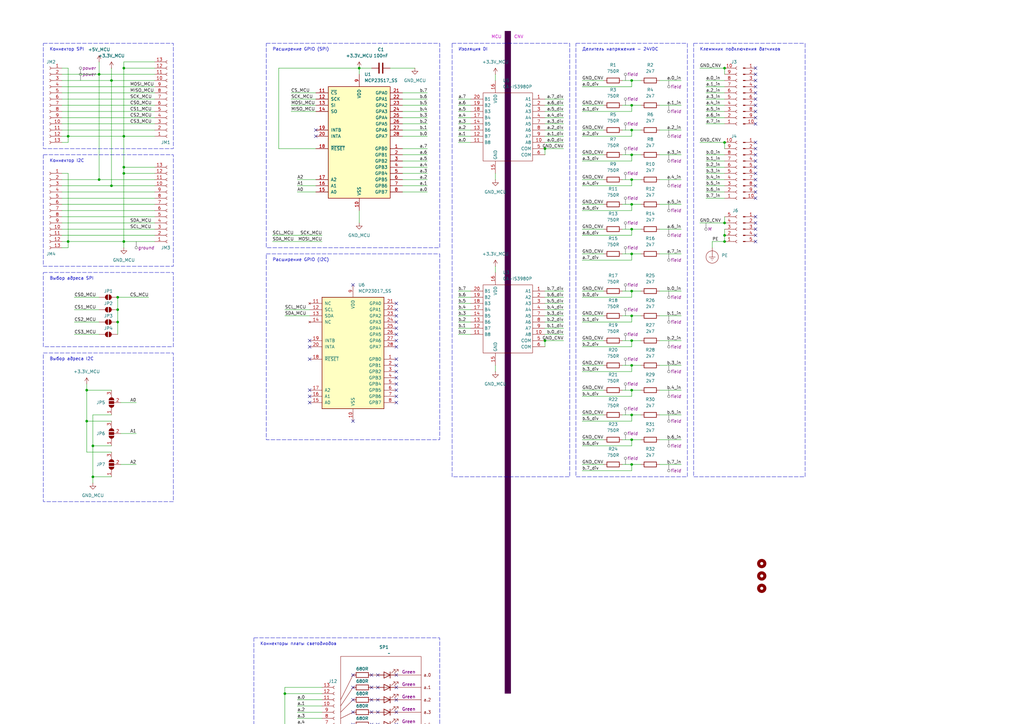
<source format=kicad_sch>
(kicad_sch (version 20250114) (generator "eeschema") (generator_version "9.0")
  (paper "A3")
  (title_block (title "${article} v${version}"))
  (rectangle (start 17.78 111.76) (end 71.12 142.24) (stroke (width 0) (type dash)))
  (rectangle (start 236.22 17.78) (end 281.94 195.58) (stroke (width 0) (type dash)))
  (rectangle (start 17.78 63.5) (end 71.12 109.22) (stroke (width 0) (type dash)))
  (rectangle (start 17.78 17.78) (end 71.12 60.96) (stroke (width 0) (type dash)))
  (rectangle (start 185.42 17.78) (end 233.68 195.58) (stroke (width 0) (type dash)))
  (rectangle (start 109.22 104.14) (end 180.34 180.34) (stroke (width 0) (type dash)))
  (rectangle (start 104.14 261.62) (end 180.34 421.64) (stroke (width 0) (type dash)))
  (rectangle (start 207.01 12.7) (end 209.55 284.48) (stroke (width -0.0001) (type dot) (color 72 0 0 0.68)) (fill (type color) (color 72 0 72 1)))
  (rectangle (start 17.78 144.78) (end 71.12 205.74) (stroke (width 0) (type dash)))
  (rectangle (start 284.48 17.78) (end 330.2 195.58) (stroke (width 0) (type dash)))
  (rectangle (start 109.22 17.78) (end 180.34 101.6) (stroke (width 0) (type dash)))
  (text "Делитель напряжения - 24VDC" (at 238.76 20.32 0) (effects (font (size 1.27 1.27)) (justify left)))
  (text "Расширение GPIO (I2C)" (at 111.76 106.68 0) (effects (font (size 1.27 1.27)) (justify left)))
  (text "Коннектор I2C" (at 20.32 66.04 0) (effects (font (size 1.27 1.27)) (justify left)))
  (text "Клеммник подключения датчиков" (at 287.02 20.32 0) (effects (font (size 1.27 1.27)) (justify left)))
  (text "CNV" (at 210.82 15.24 0) (effects (font (size 1.27 1.27)) (justify left)))
  (text "Расширение GPIO (SPI)" (at 111.76 20.32 0) (effects (font (size 1.27 1.27)) (justify left)))
  (text "Коннектор SPI" (at 20.32 20.32 0) (effects (font (size 1.27 1.27)) (justify left)))
  (text "Выбор адреса I2C" (at 20.32 147.32 0) (effects (font (size 1.27 1.27)) (justify left)))
  (text "Изоляция DI" (at 187.96 20.32 0) (effects (font (size 1.27 1.27)) (justify left)))
  (text "Коннекторы платы светодиодов" (at 106.68 264.16 0) (effects (font (size 1.27 1.27)) (justify left)))
  (text "Выбор адреса SPI" (at 20.32 114.3 0) (effects (font (size 1.27 1.27)) (justify left)))
  (text "MCU" (at 205.74 15.24 0) (effects (font (size 1.27 1.27)) (justify right)))
  (junction (at 45.72 76.2))
  (junction (at 40.64 30.48))
  (junction (at 259.08 119.38))
  (junction (at 48.26 127))
  (junction (at 259.08 104.14))
  (junction (at 297.18 91.44))
  (junction (at 259.08 180.34))
  (junction (at 50.8 55.88))
  (junction (at 38.1 182.88))
  (junction (at 259.08 170.18))
  (junction (at 259.08 83.82))
  (junction (at 259.08 33.02))
  (junction (at 116.84 327.66))
  (junction (at 297.18 58.42))
  (junction (at 38.1 195.58))
  (junction (at 50.8 27.94))
  (junction (at 259.08 160.02))
  (junction (at 116.84 312.42))
  (junction (at 259.08 73.66))
  (junction (at 297.18 27.94))
  (junction (at 259.08 139.7))
  (junction (at 35.56 160.02))
  (junction (at 50.8 68.58))
  (junction (at 50.8 99.06))
  (junction (at 259.08 43.18))
  (junction (at 45.72 33.02))
  (junction (at 147.32 27.94))
  (junction (at 48.26 132.08))
  (junction (at 259.08 149.86))
  (junction (at 27.94 99.06))
  (junction (at 27.94 55.88))
  (junction (at 50.8 71.12))
  (junction (at 297.18 96.52))
  (junction (at 116.84 284.48))
  (junction (at 259.08 53.34))
  (junction (at 259.08 129.54))
  (junction (at 223.52 60.96))
  (junction (at 259.08 190.5))
  (junction (at 116.84 325.12))
  (junction (at 40.64 73.66))
  (junction (at 223.52 139.7))
  (junction (at 48.26 121.92))
  (junction (at 259.08 93.98))
  (junction (at 116.84 355.6))
  (junction (at 297.18 99.06))
  (junction (at 35.56 172.72))
  (junction (at 259.08 63.5))
  (no_connect (at 144.78 355.6))
  (no_connect (at 152.4 355.6))
  (no_connect (at 127 165.1))
  (no_connect (at 162.56 152.4))
  (no_connect (at 129.54 55.88))
  (no_connect (at 309.88 50.8))
  (no_connect (at 144.78 172.72))
  (no_connect (at 144.78 340.36))
  (no_connect (at 162.56 157.48))
  (no_connect (at 309.88 71.12))
  (no_connect (at 154.94 335.28))
  (no_connect (at 162.56 149.86))
  (no_connect (at 152.4 345.44))
  (no_connect (at 152.4 297.18))
  (no_connect (at 144.78 335.28))
  (no_connect (at 144.78 297.18))
  (no_connect (at 152.4 335.28))
  (no_connect (at 162.56 139.7))
  (no_connect (at 162.56 363.22))
  (no_connect (at 309.88 88.9))
  (no_connect (at 162.56 320.04))
  (no_connect (at 152.4 330.2))
  (no_connect (at 132.08 401.32))
  (no_connect (at 144.78 292.1))
  (no_connect (at 144.78 345.44))
  (no_connect (at 162.56 276.86))
  (no_connect (at 162.56 129.54))
  (no_connect (at 154.94 350.52))
  (no_connect (at 152.4 302.26))
  (no_connect (at 152.4 325.12))
  (no_connect (at 309.88 78.74))
  (no_connect (at 154.94 320.04))
  (no_connect (at 152.4 363.22))
  (no_connect (at 144.78 276.86))
  (no_connect (at 127 147.32))
  (no_connect (at 309.88 99.06))
  (no_connect (at 154.94 307.34))
  (no_connect (at 144.78 302.26))
  (no_connect (at 162.56 132.08))
  (no_connect (at 144.78 116.84))
  (no_connect (at 127 139.7))
  (no_connect (at 144.78 312.42))
  (no_connect (at 309.88 60.96))
  (no_connect (at 154.94 368.3))
  (no_connect (at 309.88 93.98))
  (no_connect (at 144.78 287.02))
  (no_connect (at 144.78 350.52))
  (no_connect (at 154.94 340.36))
  (no_connect (at 127 142.24))
  (no_connect (at 162.56 330.2))
  (no_connect (at 162.56 127))
  (no_connect (at 162.56 335.28))
  (no_connect (at 152.4 340.36))
  (no_connect (at 152.4 312.42))
  (no_connect (at 162.56 345.44))
  (no_connect (at 162.56 147.32))
  (no_connect (at 162.56 142.24))
  (no_connect (at 309.88 68.58))
  (no_connect (at 162.56 340.36))
  (no_connect (at 152.4 320.04))
  (no_connect (at 162.56 165.1))
  (no_connect (at 309.88 38.1))
  (no_connect (at 162.56 160.02))
  (no_connect (at 152.4 307.34))
  (no_connect (at 132.08 307.34))
  (no_connect (at 144.78 363.22))
  (no_connect (at 309.88 73.66))
  (no_connect (at 144.78 307.34))
  (no_connect (at 152.4 287.02))
  (no_connect (at 132.08 309.88))
  (no_connect (at 309.88 81.28))
  (no_connect (at 309.88 66.04))
  (no_connect (at 309.88 33.02))
  (no_connect (at 144.78 368.3))
  (no_connect (at 309.88 30.48))
  (no_connect (at 162.56 124.46))
  (no_connect (at 152.4 368.3))
  (no_connect (at 309.88 40.64))
  (no_connect (at 152.4 276.86))
  (no_connect (at 309.88 48.26))
  (no_connect (at 162.56 368.3))
  (no_connect (at 144.78 325.12))
  (no_connect (at 154.94 330.2))
  (no_connect (at 162.56 281.94))
  (no_connect (at 309.88 96.52))
  (no_connect (at 309.88 63.5))
  (no_connect (at 162.56 350.52))
  (no_connect (at 154.94 355.6))
  (no_connect (at 144.78 330.2))
  (no_connect (at 309.88 43.18))
  (no_connect (at 154.94 292.1))
  (no_connect (at 154.94 302.26))
  (no_connect (at 152.4 292.1))
  (no_connect (at 152.4 281.94))
  (no_connect (at 154.94 276.86))
  (no_connect (at 162.56 154.94))
  (no_connect (at 154.94 345.44))
  (no_connect (at 309.88 35.56))
  (no_connect (at 154.94 281.94))
  (no_connect (at 162.56 162.56))
  (no_connect (at 144.78 320.04))
  (no_connect (at 162.56 355.6))
  (no_connect (at 152.4 401.32))
  (no_connect (at 309.88 45.72))
  (no_connect (at 127 160.02))
  (no_connect (at 162.56 137.16))
  (no_connect (at 162.56 325.12))
  (no_connect (at 162.56 287.02))
  (no_connect (at 154.94 325.12))
  (no_connect (at 309.88 91.44))
  (no_connect (at 309.88 76.2))
  (no_connect (at 154.94 312.42))
  (no_connect (at 127 162.56))
  (no_connect (at 162.56 312.42))
  (no_connect (at 162.56 297.18))
  (no_connect (at 309.88 27.94))
  (no_connect (at 162.56 292.1))
  (no_connect (at 154.94 287.02))
  (no_connect (at 162.56 307.34))
  (no_connect (at 154.94 363.22))
  (no_connect (at 309.88 58.42))
  (no_connect (at 154.94 297.18))
  (no_connect (at 152.4 350.52))
  (no_connect (at 162.56 302.26))
  (no_connect (at 129.54 53.34))
  (no_connect (at 144.78 281.94))
  (no_connect (at 162.56 134.62))
  (wire (pts (xy 40.64 73.66) (xy 63.5 73.66)))
  (wire (pts (xy 259.08 180.34) (xy 262.89 180.34)))
  (wire (pts (xy 25.4 50.8) (xy 63.5 50.8)))
  (wire (pts (xy 38.1 195.58) (xy 38.1 198.12)))
  (wire (pts (xy 231.14 134.62) (xy 223.52 134.62)))
  (wire (pts (xy 238.76 76.2) (xy 259.08 76.2)))
  (wire (pts (xy 25.4 38.1) (xy 63.5 38.1)))
  (wire (pts (xy 259.08 76.2) (xy 259.08 73.66)))
  (wire (pts (xy 259.08 86.36) (xy 259.08 83.82)))
  (wire (pts (xy 231.14 53.34) (xy 223.52 53.34)))
  (wire (pts (xy 35.56 160.02) (xy 45.72 160.02)))
  (wire (pts (xy 50.8 71.12) (xy 63.5 71.12)))
  (wire (pts (xy 270.51 43.18) (xy 279.4 43.18)))
  (wire (pts (xy 270.51 139.7) (xy 279.4 139.7)))
  (wire (pts (xy 25.4 76.2) (xy 45.72 76.2)))
  (wire (pts (xy 25.4 86.36) (xy 63.5 86.36)))
  (wire (pts (xy 25.4 27.94) (xy 27.94 27.94)))
  (wire (pts (xy 27.94 99.06) (xy 50.8 99.06)))
  (wire (pts (xy 193.04 43.18) (xy 187.96 43.18)))
  (wire (pts (xy 259.08 33.02) (xy 262.89 33.02)))
  (wire (pts (xy 223.52 60.96) (xy 223.52 63.5)))
  (wire (pts (xy 292.1 101.6) (xy 292.1 99.06)))
  (wire (pts (xy 259.08 139.7) (xy 262.89 139.7)))
  (wire (pts (xy 203.2 152.4) (xy 203.2 149.86)))
  (wire (pts (xy 270.51 170.18) (xy 279.4 170.18)))
  (wire (pts (xy 289.56 73.66) (xy 297.18 73.66)))
  (wire (pts (xy 238.76 142.24) (xy 259.08 142.24)))
  (wire (pts (xy 187.96 127) (xy 193.04 127)))
  (wire (pts (xy 238.76 106.68) (xy 259.08 106.68)))
  (wire (pts (xy 259.08 93.98) (xy 262.89 93.98)))
  (wire (pts (xy 30.48 127) (xy 40.64 127)))
  (wire (pts (xy 175.26 45.72) (xy 165.1 45.72)))
  (wire (pts (xy 45.72 182.88) (xy 38.1 182.88)))
  (wire (pts (xy 27.94 27.94) (xy 27.94 55.88)))
  (wire (pts (xy 147.32 27.94) (xy 147.32 30.48)))
  (wire (pts (xy 121.92 398.78) (xy 132.08 398.78)))
  (wire (pts (xy 259.08 182.88) (xy 259.08 180.34)))
  (wire (pts (xy 38.1 182.88) (xy 38.1 195.58)))
  (wire (pts (xy 259.08 170.18) (xy 262.89 170.18)))
  (wire (pts (xy 259.08 162.56) (xy 259.08 160.02)))
  (wire (pts (xy 25.4 43.18) (xy 63.5 43.18)))
  (wire (pts (xy 121.92 76.2) (xy 129.54 76.2)))
  (wire (pts (xy 270.51 33.02) (xy 279.4 33.02)))
  (wire (pts (xy 45.72 76.2) (xy 63.5 76.2)))
  (wire (pts (xy 238.76 104.14) (xy 247.65 104.14)))
  (wire (pts (xy 231.14 58.42) (xy 223.52 58.42)))
  (wire (pts (xy 297.18 96.52) (xy 297.18 99.06)))
  (wire (pts (xy 25.4 40.64) (xy 63.5 40.64)))
  (wire (pts (xy 238.76 86.36) (xy 259.08 86.36)))
  (wire (pts (xy 255.27 160.02) (xy 259.08 160.02)))
  (wire (pts (xy 270.51 104.14) (xy 279.4 104.14)))
  (wire (pts (xy 25.4 81.28) (xy 63.5 81.28)))
  (wire (pts (xy 270.51 53.34) (xy 279.4 53.34)))
  (wire (pts (xy 132.08 355.6) (xy 116.84 355.6)))
  (wire (pts (xy 187.96 58.42) (xy 193.04 58.42)))
  (wire (pts (xy 45.72 172.72) (xy 35.56 172.72)))
  (wire (pts (xy 121.92 78.74) (xy 129.54 78.74)))
  (wire (pts (xy 129.54 40.64) (xy 119.38 40.64)))
  (wire (pts (xy 238.76 139.7) (xy 247.65 139.7)))
  (wire (pts (xy 132.08 327.66) (xy 116.84 327.66)))
  (wire (pts (xy 116.84 312.42) (xy 116.84 325.12)))
  (wire (pts (xy 231.14 129.54) (xy 223.52 129.54)))
  (wire (pts (xy 270.51 119.38) (xy 279.4 119.38)))
  (wire (pts (xy 129.54 43.18) (xy 119.38 43.18)))
  (wire (pts (xy 255.27 180.34) (xy 259.08 180.34)))
  (wire (pts (xy 40.64 25.4) (xy 40.64 30.48)))
  (wire (pts (xy 111.76 96.52) (xy 132.08 96.52)))
  (wire (pts (xy 45.72 185.42) (xy 35.56 185.42)))
  (wire (pts (xy 187.96 119.38) (xy 193.04 119.38)))
  (wire (pts (xy 50.8 27.94) (xy 63.5 27.94)))
  (wire (pts (xy 238.76 43.18) (xy 247.65 43.18)))
  (wire (pts (xy 259.08 129.54) (xy 259.08 132.08)))
  (wire (pts (xy 132.08 292.1) (xy 121.92 292.1)))
  (wire (pts (xy 259.08 43.18) (xy 259.08 45.72)))
  (wire (pts (xy 259.08 142.24) (xy 259.08 139.7)))
  (wire (pts (xy 38.1 170.18) (xy 38.1 182.88)))
  (wire (pts (xy 114.3 27.94) (xy 147.32 27.94)))
  (wire (pts (xy 132.08 304.8) (xy 121.92 304.8)))
  (wire (pts (xy 238.76 66.04) (xy 259.08 66.04)))
  (wire (pts (xy 259.08 55.88) (xy 259.08 53.34)))
  (wire (pts (xy 238.76 152.4) (xy 259.08 152.4)))
  (wire (pts (xy 289.56 43.18) (xy 297.18 43.18)))
  (wire (pts (xy 255.27 63.5) (xy 259.08 63.5)))
  (wire (pts (xy 289.56 68.58) (xy 297.18 68.58)))
  (wire (pts (xy 116.84 281.94) (xy 116.84 284.48)))
  (wire (pts (xy 175.26 48.26) (xy 165.1 48.26)))
  (wire (pts (xy 238.76 55.88) (xy 259.08 55.88)))
  (wire (pts (xy 45.72 27.94) (xy 45.72 33.02)))
  (wire (pts (xy 193.04 40.64) (xy 187.96 40.64)))
  (wire (pts (xy 30.48 121.92) (xy 40.64 121.92)))
  (wire (pts (xy 255.27 129.54) (xy 259.08 129.54)))
  (wire (pts (xy 270.51 93.98) (xy 279.4 93.98)))
  (wire (pts (xy 132.08 330.2) (xy 121.92 330.2)))
  (wire (pts (xy 255.27 93.98) (xy 259.08 93.98)))
  (wire (pts (xy 270.51 129.54) (xy 279.4 129.54)))
  (wire (pts (xy 132.08 302.26) (xy 121.92 302.26)))
  (wire (pts (xy 132.08 342.9) (xy 121.92 342.9)))
  (wire (pts (xy 132.08 325.12) (xy 116.84 325.12)))
  (wire (pts (xy 297.18 91.44) (xy 297.18 88.9)))
  (wire (pts (xy 132.08 284.48) (xy 116.84 284.48)))
  (wire (pts (xy 175.26 66.04) (xy 165.1 66.04)))
  (wire (pts (xy 25.4 93.98) (xy 63.5 93.98)))
  (wire (pts (xy 238.76 96.52) (xy 259.08 96.52)))
  (wire (pts (xy 187.96 45.72) (xy 193.04 45.72)))
  (wire (pts (xy 238.76 121.92) (xy 259.08 121.92)))
  (wire (pts (xy 175.26 73.66) (xy 165.1 73.66)))
  (wire (pts (xy 25.4 35.56) (xy 63.5 35.56)))
  (wire (pts (xy 231.14 45.72) (xy 223.52 45.72)))
  (wire (pts (xy 238.76 172.72) (xy 259.08 172.72)))
  (wire (pts (xy 289.56 78.74) (xy 297.18 78.74)))
  (wire (pts (xy 114.3 60.96) (xy 114.3 27.94)))
  (wire (pts (xy 50.8 25.4) (xy 50.8 27.94)))
  (wire (pts (xy 289.56 81.28) (xy 297.18 81.28)))
  (wire (pts (xy 238.76 180.34) (xy 247.65 180.34)))
  (wire (pts (xy 292.1 99.06) (xy 297.18 99.06)))
  (wire (pts (xy 255.27 83.82) (xy 259.08 83.82)))
  (wire (pts (xy 255.27 73.66) (xy 259.08 73.66)))
  (wire (pts (xy 132.08 297.18) (xy 121.92 297.18)))
  (wire (pts (xy 259.08 53.34) (xy 262.89 53.34)))
  (wire (pts (xy 289.56 40.64) (xy 297.18 40.64)))
  (wire (pts (xy 223.52 139.7) (xy 231.14 139.7)))
  (wire (pts (xy 238.76 53.34) (xy 247.65 53.34)))
  (wire (pts (xy 259.08 66.04) (xy 259.08 63.5)))
  (wire (pts (xy 238.76 162.56) (xy 259.08 162.56)))
  (wire (pts (xy 175.26 55.88) (xy 165.1 55.88)))
  (wire (pts (xy 259.08 73.66) (xy 262.89 73.66)))
  (wire (pts (xy 132.08 299.72) (xy 121.92 299.72)))
  (wire (pts (xy 255.27 170.18) (xy 259.08 170.18)))
  (wire (pts (xy 255.27 33.02) (xy 259.08 33.02)))
  (wire (pts (xy 238.76 190.5) (xy 247.65 190.5)))
  (wire (pts (xy 187.96 55.88) (xy 193.04 55.88)))
  (wire (pts (xy 238.76 93.98) (xy 247.65 93.98)))
  (wire (pts (xy 25.4 71.12) (xy 27.94 71.12)))
  (wire (pts (xy 203.2 109.22) (xy 203.2 111.76)))
  (wire (pts (xy 231.14 132.08) (xy 223.52 132.08)))
  (wire (pts (xy 259.08 33.02) (xy 259.08 35.56)))
  (wire (pts (xy 27.94 58.42) (xy 27.94 55.88)))
  (wire (pts (xy 203.2 30.48) (xy 203.2 33.02)))
  (wire (pts (xy 231.14 121.92) (xy 223.52 121.92)))
  (wire (pts (xy 231.14 48.26) (xy 223.52 48.26)))
  (wire (pts (xy 231.14 55.88) (xy 223.52 55.88)))
  (wire (pts (xy 187.96 129.54) (xy 193.04 129.54)))
  (wire (pts (xy 25.4 91.44) (xy 63.5 91.44)))
  (wire (pts (xy 270.51 190.5) (xy 279.4 190.5)))
  (wire (pts (xy 27.94 71.12) (xy 27.94 99.06)))
  (wire (pts (xy 259.08 119.38) (xy 262.89 119.38)))
  (wire (pts (xy 25.4 78.74) (xy 63.5 78.74)))
  (wire (pts (xy 259.08 106.68) (xy 259.08 104.14)))
  (wire (pts (xy 238.76 83.82) (xy 247.65 83.82)))
  (wire (pts (xy 48.26 132.08) (xy 48.26 137.16)))
  (wire (pts (xy 270.51 73.66) (xy 279.4 73.66)))
  (wire (pts (xy 50.8 55.88) (xy 63.5 55.88)))
  (wire (pts (xy 297.18 27.94) (xy 287.02 27.94)))
  (wire (pts (xy 238.76 160.02) (xy 247.65 160.02)))
  (wire (pts (xy 132.08 287.02) (xy 121.92 287.02)))
  (wire (pts (xy 231.14 50.8) (xy 223.52 50.8)))
  (wire (pts (xy 45.72 33.02) (xy 45.72 76.2)))
  (wire (pts (xy 27.94 55.88) (xy 50.8 55.88)))
  (wire (pts (xy 175.26 40.64) (xy 165.1 40.64)))
  (wire (pts (xy 289.56 35.56) (xy 297.18 35.56)))
  (wire (pts (xy 30.48 132.08) (xy 40.64 132.08)))
  (wire (pts (xy 48.26 121.92) (xy 48.26 127)))
  (wire (pts (xy 175.26 38.1) (xy 165.1 38.1)))
  (wire (pts (xy 223.52 43.18) (xy 231.14 43.18)))
  (wire (pts (xy 35.56 172.72) (xy 35.56 160.02)))
  (wire (pts (xy 25.4 83.82) (xy 63.5 83.82)))
  (wire (pts (xy 132.08 294.64) (xy 121.92 294.64)))
  (wire (pts (xy 30.48 137.16) (xy 40.64 137.16)))
  (wire (pts (xy 238.76 35.56) (xy 259.08 35.56)))
  (wire (pts (xy 175.26 78.74) (xy 165.1 78.74)))
  (wire (pts (xy 289.56 33.02) (xy 297.18 33.02)))
  (wire (pts (xy 63.5 25.4) (xy 50.8 25.4)))
  (wire (pts (xy 129.54 45.72) (xy 119.38 45.72)))
  (wire (pts (xy 25.4 55.88) (xy 27.94 55.88)))
  (wire (pts (xy 255.27 139.7) (xy 259.08 139.7)))
  (wire (pts (xy 45.72 170.18) (xy 38.1 170.18)))
  (wire (pts (xy 129.54 38.1) (xy 119.38 38.1)))
  (wire (pts (xy 35.56 157.48) (xy 35.56 160.02)))
  (wire (pts (xy 259.08 149.86) (xy 262.89 149.86)))
  (wire (pts (xy 49.53 190.5) (xy 55.88 190.5)))
  (wire (pts (xy 187.96 48.26) (xy 193.04 48.26)))
  (wire (pts (xy 50.8 99.06) (xy 63.5 99.06)))
  (wire (pts (xy 111.76 99.06) (xy 132.08 99.06)))
  (wire (pts (xy 270.51 149.86) (xy 279.4 149.86)))
  (wire (pts (xy 25.4 53.34) (xy 63.5 53.34)))
  (wire (pts (xy 270.51 83.82) (xy 279.4 83.82)))
  (wire (pts (xy 238.76 119.38) (xy 247.65 119.38)))
  (wire (pts (xy 231.14 137.16) (xy 223.52 137.16)))
  (wire (pts (xy 289.56 71.12) (xy 297.18 71.12)))
  (wire (pts (xy 49.53 177.8) (xy 55.88 177.8)))
  (wire (pts (xy 175.26 43.18) (xy 165.1 43.18)))
  (wire (pts (xy 40.64 30.48) (xy 63.5 30.48)))
  (wire (pts (xy 116.84 129.54) (xy 127 129.54)))
  (wire (pts (xy 132.08 353.06) (xy 121.92 353.06)))
  (wire (pts (xy 223.52 40.64) (xy 231.14 40.64)))
  (wire (pts (xy 259.08 119.38) (xy 259.08 121.92)))
  (wire (pts (xy 187.96 121.92) (xy 193.04 121.92)))
  (wire (pts (xy 45.72 195.58) (xy 38.1 195.58)))
  (wire (pts (xy 289.56 38.1) (xy 297.18 38.1)))
  (wire (pts (xy 170.18 27.94) (xy 160.02 27.94)))
  (wire (pts (xy 48.26 121.92) (xy 60.96 121.92)))
  (wire (pts (xy 289.56 76.2) (xy 297.18 76.2)))
  (wire (pts (xy 289.56 50.8) (xy 297.18 50.8)))
  (wire (pts (xy 132.08 312.42) (xy 116.84 312.42)))
  (wire (pts (xy 175.26 63.5) (xy 165.1 63.5)))
  (wire (pts (xy 175.26 50.8) (xy 165.1 50.8)))
  (wire (pts (xy 175.26 60.96) (xy 165.1 60.96)))
  (wire (pts (xy 238.76 73.66) (xy 247.65 73.66)))
  (wire (pts (xy 132.08 345.44) (xy 121.92 345.44)))
  (wire (pts (xy 187.96 134.62) (xy 193.04 134.62)))
  (wire (pts (xy 259.08 63.5) (xy 262.89 63.5)))
  (wire (pts (xy 48.26 127) (xy 48.26 132.08)))
  (wire (pts (xy 132.08 350.52) (xy 121.92 350.52)))
  (wire (pts (xy 259.08 172.72) (xy 259.08 170.18)))
  (wire (pts (xy 289.56 45.72) (xy 297.18 45.72)))
  (wire (pts (xy 238.76 45.72) (xy 259.08 45.72)))
  (wire (pts (xy 49.53 165.1) (xy 55.88 165.1)))
  (wire (pts (xy 259.08 193.04) (xy 259.08 190.5)))
  (wire (pts (xy 289.56 63.5) (xy 297.18 63.5)))
  (wire (pts (xy 50.8 68.58) (xy 50.8 71.12)))
  (wire (pts (xy 289.56 66.04) (xy 297.18 66.04)))
  (wire (pts (xy 255.27 104.14) (xy 259.08 104.14)))
  (wire (pts (xy 132.08 289.56) (xy 121.92 289.56)))
  (wire (pts (xy 116.84 127) (xy 127 127)))
  (wire (pts (xy 238.76 33.02) (xy 247.65 33.02)))
  (wire (pts (xy 25.4 48.26) (xy 63.5 48.26)))
  (wire (pts (xy 121.92 73.66) (xy 129.54 73.66)))
  (wire (pts (xy 259.08 104.14) (xy 262.89 104.14)))
  (wire (pts (xy 25.4 58.42) (xy 27.94 58.42)))
  (wire (pts (xy 187.96 132.08) (xy 193.04 132.08)))
  (wire (pts (xy 259.08 96.52) (xy 259.08 93.98)))
  (wire (pts (xy 238.76 193.04) (xy 259.08 193.04)))
  (wire (pts (xy 259.08 152.4) (xy 259.08 149.86)))
  (wire (pts (xy 175.26 76.2) (xy 165.1 76.2)))
  (wire (pts (xy 238.76 149.86) (xy 247.65 149.86)))
  (wire (pts (xy 297.18 96.52) (xy 297.18 93.98)))
  (wire (pts (xy 231.14 127) (xy 223.52 127)))
  (wire (pts (xy 147.32 86.36) (xy 147.32 91.44)))
  (wire (pts (xy 297.18 58.42) (xy 297.18 60.96)))
  (wire (pts (xy 35.56 185.42) (xy 35.56 172.72)))
  (wire (pts (xy 270.51 63.5) (xy 279.4 63.5)))
  (wire (pts (xy 203.2 73.66) (xy 203.2 71.12)))
  (wire (pts (xy 223.52 139.7) (xy 223.52 142.24)))
  (wire (pts (xy 259.08 160.02) (xy 262.89 160.02)))
  (wire (pts (xy 45.72 33.02) (xy 63.5 33.02)))
  (wire (pts (xy 25.4 33.02) (xy 45.72 33.02)))
  (wire (pts (xy 255.27 53.34) (xy 259.08 53.34)))
  (wire (pts (xy 121.92 347.98) (xy 132.08 347.98)))
  (wire (pts (xy 259.08 43.18) (xy 262.89 43.18)))
  (wire (pts (xy 238.76 129.54) (xy 247.65 129.54)))
  (wire (pts (xy 25.4 101.6) (xy 27.94 101.6)))
  (wire (pts (xy 25.4 45.72) (xy 63.5 45.72)))
  (wire (pts (xy 25.4 30.48) (xy 40.64 30.48)))
  (wire (pts (xy 223.52 60.96) (xy 231.14 60.96)))
  (wire (pts (xy 238.76 63.5) (xy 247.65 63.5)))
  (wire (pts (xy 255.27 190.5) (xy 259.08 190.5)))
  (wire (pts (xy 259.08 190.5) (xy 262.89 190.5)))
  (wire (pts (xy 147.32 27.94) (xy 152.4 27.94)))
  (wire (pts (xy 152.4 398.78) (xy 162.56 398.78)))
  (wire (pts (xy 238.76 132.08) (xy 259.08 132.08)))
  (wire (pts (xy 255.27 43.18) (xy 259.08 43.18)))
  (wire (pts (xy 187.96 50.8) (xy 193.04 50.8)))
  (wire (pts (xy 255.27 149.86) (xy 259.08 149.86)))
  (wire (pts (xy 289.56 48.26) (xy 297.18 48.26)))
  (wire (pts (xy 187.96 137.16) (xy 193.04 137.16)))
  (wire (pts (xy 175.26 53.34) (xy 165.1 53.34)))
  (wire (pts (xy 231.14 119.38) (xy 223.52 119.38)))
  (wire (pts (xy 50.8 99.06) (xy 50.8 101.6)))
  (wire (pts (xy 116.84 327.66) (xy 116.84 355.6)))
  (wire (pts (xy 50.8 71.12) (xy 50.8 99.06)))
  (wire (pts (xy 25.4 88.9) (xy 63.5 88.9)))
  (wire (pts (xy 187.96 53.34) (xy 193.04 53.34)))
  (wire (pts (xy 50.8 55.88) (xy 50.8 68.58)))
  (wire (pts (xy 50.8 27.94) (xy 50.8 55.88)))
  (wire (pts (xy 187.96 124.46) (xy 193.04 124.46)))
  (wire (pts (xy 297.18 27.94) (xy 297.18 30.48)))
  (wire (pts (xy 132.08 337.82) (xy 121.92 337.82)))
  (wire (pts (xy 132.08 335.28) (xy 121.92 335.28)))
  (wire (pts (xy 129.54 60.96) (xy 114.3 60.96)))
  (wire (pts (xy 27.94 101.6) (xy 27.94 99.06)))
  (wire (pts (xy 270.51 160.02) (xy 279.4 160.02)))
  (wire (pts (xy 40.64 30.48) (xy 40.64 73.66)))
  (wire (pts (xy 270.51 180.34) (xy 279.4 180.34)))
  (wire (pts (xy 132.08 340.36) (xy 121.92 340.36)))
  (wire (pts (xy 25.4 96.52) (xy 63.5 96.52)))
  (wire (pts (xy 255.27 119.38) (xy 259.08 119.38)))
  (wire (pts (xy 231.14 124.46) (xy 223.52 124.46)))
  (wire (pts (xy 25.4 99.06) (xy 27.94 99.06)))
  (wire (pts (xy 175.26 68.58) (xy 165.1 68.58)))
  (wire (pts (xy 297.18 58.42) (xy 287.02 58.42)))
  (wire (pts (xy 238.76 170.18) (xy 247.65 170.18)))
  (wire (pts (xy 132.08 281.94) (xy 116.84 281.94)))
  (wire (pts (xy 238.76 182.88) (xy 259.08 182.88)))
  (wire (pts (xy 287.02 91.44) (xy 297.18 91.44)))
  (wire (pts (xy 116.84 284.48) (xy 116.84 312.42)))
  (wire (pts (xy 25.4 73.66) (xy 40.64 73.66)))
  (wire (pts (xy 175.26 71.12) (xy 165.1 71.12)))
  (wire (pts (xy 116.84 325.12) (xy 116.84 327.66)))
  (wire (pts (xy 259.08 129.54) (xy 262.89 129.54)))
  (wire (pts (xy 63.5 68.58) (xy 50.8 68.58)))
  (wire (pts (xy 259.08 83.82) (xy 262.89 83.82)))
  (wire (pts (xy 132.08 332.74) (xy 121.92 332.74)))
  (label "b.6_div" (at 238.76 182.88 0))
  (label "MISO_MCU" (at 121.92 353.06 0))
  (label "a.7" (at 187.96 40.64 0))
  (label "a.1_div" (at 238.76 45.72 0))
  (label "b.0_div" (at 238.76 121.92 0))
  (label "a.3_div" (at 231.14 50.8 180))
  (label "GND_CNV" (at 287.02 58.42 0))
  (label "a.7" (at 121.92 304.8 0))
  (label "a.2_div" (at 231.14 53.34 180))
  (label "a.7_in" (at 289.56 50.8 0))
  (label "b.1_div" (at 231.14 134.62 180))
  (label "a.3_div" (at 238.76 66.04 0))
  (label "MOSI_MCU" (at 119.38 43.18 0))
  (label "b.7" (at 175.26 38.1 180))
  (label "SCL_MCU" (at 116.84 127 0))
  (label "b.0_div" (at 231.14 137.16 180))
  (label "a.5_div" (at 231.14 45.72 180))
  (label "MISO_MCU" (at 119.38 45.72 0))
  (label "A0" (at 121.92 78.74 0))
  (label "a.0_in" (at 289.56 33.02 0))
  (label "a.2" (at 175.26 73.66 180))
  (label "b.2_in" (at 289.56 68.58 0))
  (label "a.5" (at 175.26 66.04 180))
  (label "b.0" (at 187.96 137.16 0))
  (label "GND_CNV" (at 238.76 104.14 0))
  (label "b.1_in" (at 289.56 66.04 0))
  (label "a.5" (at 187.96 45.72 0))
  (label "CS2_MCU" (at 30.48 132.08 0))
  (label "b.7" (at 121.92 347.98 0))
  (label "b.5_in" (at 279.4 170.18 180))
  (label "GND_CNV" (at 238.76 129.54 0))
  (label "SDA_MCU" (at 53.34 91.44 0))
  (label "GND_CNV" (at 231.14 60.96 180))
  (label "SCK_MCU" (at 53.34 40.64 0))
  (label "a.4_div" (at 231.14 48.26 180))
  (label "b.4_in" (at 279.4 160.02 180))
  (label "a.5_in" (at 279.4 83.82 180))
  (label "CS_MCU" (at 119.38 38.1 0))
  (label "b.3" (at 187.96 129.54 0))
  (label "CS_LED" (at 162.56 398.78 180))
  (label "GND_CNV" (at 238.76 180.34 0))
  (label "GND_CNV" (at 238.76 73.66 0))
  (label "a.5_in" (at 289.56 45.72 0))
  (label "a.1" (at 187.96 55.88 0))
  (label "a.4" (at 175.26 68.58 180))
  (label "a.4_div" (at 238.76 76.2 0))
  (label "A1" (at 121.92 76.2 0))
  (label "GND_CNV" (at 238.76 190.5 0))
  (label "CS3_MCU" (at 30.48 137.16 0))
  (label "CS_LED" (at 121.92 350.52 0))
  (label "b.4" (at 121.92 340.36 0))
  (label "a.0" (at 187.96 58.42 0))
  (label "a.6" (at 175.26 63.5 180))
  (label "GND_CNV" (at 238.76 53.34 0))
  (label "GND_CNV" (at 238.76 170.18 0))
  (label "MISO_MCU" (at 53.34 38.1 0))
  (label "a.7" (at 175.26 60.96 180))
  (label "a.4" (at 121.92 297.18 0))
  (label "a.3_in" (at 279.4 63.5 180))
  (label "GND_CNV" (at 238.76 43.18 0))
  (label "b.3" (at 121.92 337.82 0))
  (label "a.6" (at 187.96 43.18 0))
  (label "b.5_in" (at 289.56 76.2 0))
  (label "b.2" (at 121.92 335.28 0))
  (label "b.7_div" (at 238.76 193.04 0))
  (label "b.0_in" (at 289.56 63.5 0))
  (label "SDA_MCU" (at 111.76 99.06 0))
  (label "a.6" (at 121.92 302.26 0))
  (label "b.2_div" (at 231.14 132.08 180))
  (label "b.4" (at 187.96 127 0))
  (label "b.6" (at 121.92 345.44 0))
  (label "b.4" (at 175.26 45.72 180))
  (label "GND_CNV" (at 238.76 160.02 0))
  (label "SDA_MCU" (at 116.84 129.54 0))
  (label "a.0" (at 175.26 78.74 180))
  (label "GND_CNV" (at 238.76 139.7 0))
  (label "b.6_in" (at 289.56 78.74 0))
  (label "SCL_MCU" (at 111.76 96.52 0))
  (label "b.0_in" (at 279.4 119.38 180))
  (label "a.4_in" (at 279.4 73.66 180))
  (label "CS1_MCU" (at 53.34 45.72 0))
  (label "CS_MCU" (at 60.96 121.92 180))
  (label "b.6_in" (at 279.4 180.34 180))
  (label "MOSI_MCU" (at 53.34 35.56 0))
  (label "b.6" (at 187.96 121.92 0))
  (label "GND_CNV" (at 231.14 139.7 180))
  (label "b.1_div" (at 238.76 132.08 0))
  (label "A2" (at 121.92 73.66 0))
  (label "a.1_div" (at 231.14 55.88 180))
  (label "a.0_div" (at 238.76 35.56 0))
  (label "SCL_MCU" (at 53.34 93.98 0))
  (label "b.6" (at 175.26 40.64 180))
  (label "a.7_in" (at 279.4 104.14 180))
  (label "a.1" (at 121.92 289.56 0))
  (label "PE" (at 292.1 99.06 0))
  (label "a.4" (at 187.96 48.26 0))
  (label "a.5" (at 121.92 299.72 0))
  (label "b.7_in" (at 289.56 81.28 0))
  (label "b.7_in" (at 279.4 190.5 180))
  (label "a.1" (at 175.26 76.2 180))
  (label "CS0_MCU" (at 30.48 121.92 0))
  (label "CS0_MCU" (at 53.34 43.18 0))
  (label "a.0" (at 121.92 287.02 0))
  (label "SCK_MCU" (at 119.38 40.64 0))
  (label "b.5_div" (at 231.14 124.46 180))
  (label "GND_CNV" (at 238.76 63.5 0))
  (label "a.1_in" (at 289.56 35.56 0))
  (label "b.3_div" (at 238.76 152.4 0))
  (label "b.4_div" (at 238.76 162.56 0))
  (label "a.6_div" (at 231.14 43.18 180))
  (label "a.2_div" (at 238.76 55.88 0))
  (label "a.3_in" (at 289.56 40.64 0))
  (label "a.3" (at 175.26 71.12 180))
  (label "A0" (at 55.88 165.1 180))
  (label "GND_CNV" (at 238.76 33.02 0))
  (label "A2" (at 55.88 190.5 180))
  (label "SCK_MCU" (at 132.08 96.52 180))
  (label "a.2" (at 187.96 53.34 0))
  (label "MOSI_MCU" (at 132.08 99.06 180))
  (label "a.0_in" (at 279.4 33.02 180))
  (label "A1" (at 55.88 177.8 180))
  (label "GND_CNV" (at 287.02 91.44 0))
  (label "a.3" (at 187.96 50.8 0))
  (label "b.3" (at 175.26 48.26 180))
  (label "b.2" (at 187.96 132.08 0))
  (label "a.5_div" (at 238.76 86.36 0))
  (label "b.1" (at 175.26 53.34 180))
  (label "b.5" (at 121.92 342.9 0))
  (label "CS1_MCU" (at 30.48 127 0))
  (label "CS3_MCU" (at 53.34 50.8 0))
  (label "b.3_in" (at 289.56 71.12 0))
  (label "b.2_in" (at 279.4 139.7 180))
  (label "b.1" (at 121.92 332.74 0))
  (label "a.6_div" (at 238.76 96.52 0))
  (label "a.7_div" (at 238.76 106.68 0))
  (label "b.7" (at 187.96 119.38 0))
  (label "a.2" (at 121.92 292.1 0))
  (label "b.5_div" (at 238.76 172.72 0))
  (label "b.4_in" (at 289.56 73.66 0))
  (label "b.7_div" (at 231.14 119.38 180))
  (label "a.6_in" (at 289.56 48.26 0))
  (label "b.0" (at 175.26 55.88 180))
  (label "a.7_div" (at 231.14 40.64 180))
  (label "a.6_in" (at 279.4 93.98 180))
  (label "a.2_in" (at 289.56 38.1 0))
  (label "a.3" (at 121.92 294.64 0))
  (label "CS2_MCU" (at 53.34 48.26 0))
  (label "b.4_div" (at 231.14 127 180))
  (label "b.1" (at 187.96 134.62 0))
  (label "b.1_in" (at 279.4 129.54 180))
  (label "b.2" (at 175.26 50.8 180))
  (label "CS_MCU" (at 121.92 398.78 0))
  (label "b.3_in" (at 279.4 149.86 180))
  (label "b.5" (at 175.26 43.18 180))
  (label "b.3_div" (at 231.14 129.54 180))
  (label "a.1_in" (at 279.4 43.18 180))
  (label "GND_CNV" (at 238.76 93.98 0))
  (label "a.4_in" (at 289.56 43.18 0))
  (label "b.2_div" (at 238.76 142.24 0))
  (label "a.0_div" (at 231.14 58.42 180))
  (label "b.0" (at 121.92 330.2 0))
  (label "b.6_div" (at 231.14 121.92 180))
  (label "a.2_in" (at 279.4 53.34 180))
  (label "b.5" (at 187.96 124.46 0))
  (label "GND_CNV" (at 238.76 83.82 0))
  (label "GND_CNV" (at 238.76 149.86 0))
  (label "GND_CNV" (at 287.02 27.94 0))
  (label "GND_CNV" (at 238.76 119.38 0))
  (netclass_flag "" (length 2.54) (shape round) (at 274.32 83.82 180) (property "Netclass" "field" (at 275.0185 86.36 0) (effects (font (italic yes)) (justify left))))
  (netclass_flag "" (length 2.54) (shape round) (at 256.54 73.66 0) (property "Netclass" "field" (at 257.2385 71.12 0) (effects (font (italic yes)) (justify left))))
  (netclass_flag "" (length 2.54) (shape round) (at 256.54 43.18 0) (property "Netclass" "field" (at 257.2385 40.64 0) (effects (font (italic yes)) (justify left))))
  (netclass_flag "" (length 2.54) (shape round) (at 274.32 73.66 180) (property "Netclass" "field" (at 275.0185 76.2 0) (effects (font (italic yes)) (justify left))))
  (netclass_flag "" (length 2.54) (shape round) (at 274.32 190.5 180) (property "Netclass" "field" (at 275.0185 193.04 0) (effects (font (italic yes)) (justify left))))
  (netclass_flag "" (length 2.54) (shape round) (at 256.54 53.34 0) (property "Netclass" "field" (at 257.2385 50.8 0) (effects (font (italic yes)) (justify left))))
  (netclass_flag "" (length 2.54) (shape round) (at 274.32 104.14 180) (property "Netclass" "field" (at 275.0185 106.68 0) (effects (font (italic yes)) (justify left))))
  (netclass_flag "" (length 2.54) (shape round) (at 274.32 53.34 180) (property "Netclass" "field" (at 275.0185 55.88 0) (effects (font (italic yes)) (justify left))))
  (netclass_flag "" (length 2.54) (shape round) (at 274.32 33.02 180) (property "Netclass" "field" (at 275.0185 35.56 0) (effects (font (italic yes)) (justify left))))
  (netclass_flag "" (length 2.54) (shape round) (at 256.54 129.54 0) (property "Netclass" "field" (at 257.2385 127 0) (effects (font (italic yes)) (justify left))))
  (netclass_flag "" (length 2.54) (shape round) (at 256.54 104.14 0) (property "Netclass" "field" (at 257.2385 101.6 0) (effects (font (italic yes)) (justify left))))
  (netclass_flag "" (length 2.54) (shape round) (at 274.32 180.34 180) (property "Netclass" "field" (at 275.0185 182.88 0) (effects (font (italic yes)) (justify left))))
  (netclass_flag "" (length 2.54) (shape round) (at 274.32 129.54 180) (property "Netclass" "field" (at 275.0185 132.08 0) (effects (font (italic yes)) (justify left))))
  (netclass_flag "" (length 2.54) (shape round) (at 33.02 33.02 0) (property "Netclass" "power" (at 33.7185 30.48 0) (effects (font (italic yes)) (justify left))))
  (netclass_flag "" (length 2.54) (shape round) (at 274.32 160.02 180) (property "Netclass" "field" (at 275.0185 162.56 0) (effects (font (italic yes)) (justify left))))
  (netclass_flag "" (length 2.54) (shape round) (at 256.54 180.34 0) (property "Netclass" "field" (at 257.2385 177.8 0) (effects (font (italic yes)) (justify left))))
  (netclass_flag "" (length 2.54) (shape round) (at 274.32 149.86 180) (property "Netclass" "field" (at 275.0185 152.4 0) (effects (font (italic yes)) (justify left))))
  (netclass_flag "" (length 2.54) (shape round) (at 256.54 83.82 0) (property "Netclass" "field" (at 257.2385 81.28 0) (effects (font (italic yes)) (justify left))))
  (netclass_flag "" (length 2.54) (shape round) (at 256.54 63.5 0) (property "Netclass" "field" (at 257.2385 60.96 0) (effects (font (italic yes)) (justify left))))
  (netclass_flag "" (length 2.54) (shape round) (at 256.54 93.98 0) (property "Netclass" "field" (at 257.2385 91.44 0) (effects (font (italic yes)) (justify left))))
  (netclass_flag "" (length 2.54) (shape round) (at 256.54 160.02 0) (property "Netclass" "field" (at 257.2385 157.48 0) (effects (font (italic yes)) (justify left))))
  (netclass_flag "" (length 2.54) (shape round) (at 256.54 170.18 0) (property "Netclass" "field" (at 257.2385 167.64 0) (effects (font (italic yes)) (justify left))))
  (netclass_flag "" (length 2.54) (shape round) (at 256.54 33.02 0) (property "Netclass" "field" (at 257.2385 30.48 0) (effects (font (italic yes)) (justify left))))
  (netclass_flag "" (length 2.54) (shape round) (at 274.32 170.18 180) (property "Netclass" "field" (at 275.0185 172.72 0) (effects (font (italic yes)) (justify left))))
  (netclass_flag "" (length 2.54) (shape round) (at 274.32 43.18 180) (property "Netclass" "field" (at 275.0185 45.72 0) (effects (font (italic yes)) (justify left))))
  (netclass_flag "" (length 2.54) (shape round) (at 274.32 63.5 180) (property "Netclass" "field" (at 275.0185 66.04 0) (effects (font (italic yes)) (justify left))))
  (netclass_flag "" (length 2.54) (shape round) (at 256.54 190.5 0) (property "Netclass" "field" (at 257.2385 187.96 0) (effects (font (italic yes)) (justify left))))
  (netclass_flag "" (length 2.54) (shape round) (at 33.02 30.48 0) (property "Netclass" "power" (at 33.7185 27.94 0) (effects (font (italic yes)) (justify left))))
  (netclass_flag "" (length 2.54) (shape round) (at 256.54 139.7 0) (property "Netclass" "field" (at 257.2385 137.16 0) (effects (font (italic yes)) (justify left))))
  (netclass_flag "" (length 2.54) (shape round) (at 274.32 119.38 180) (property "Netclass" "field" (at 275.0185 121.92 0) (effects (font (italic yes)) (justify left))))
  (netclass_flag "" (length 2.54) (shape round) (at 274.32 93.98 180) (property "Netclass" "field" (at 275.0185 96.52 0) (effects (font (italic yes)) (justify left))))
  (netclass_flag "" (length 2.54) (shape round) (at 274.32 139.7 180) (property "Netclass" "field" (at 275.0185 142.24 0) (effects (font (italic yes)) (justify left))))
  (netclass_flag "" (length 2.54) (shape round) (at 55.88 99.06 180) (property "Netclass" "ground" (at 56.5785 101.6 0) (effects (font (italic yes)) (justify left))))
  (netclass_flag "" (length 2.54) (shape round) (at 289.56 91.44 180) (property "Netclass" "M" (at 290.2585 93.98 0) (effects (font (italic yes)) (justify left))))
  (netclass_flag "" (length 2.54) (shape round) (at 256.54 119.38 0) (property "Netclass" "field" (at 257.2385 116.84 0) (effects (font (italic yes)) (justify left))))
  (netclass_flag "" (length 2.54) (shape round) (at 256.54 149.86 0) (property "Netclass" "field" (at 257.2385 147.32 0) (effects (font (italic yes)) (justify left))))
  (symbol (lib_id "kicad_inventree_lib:R_680R_0603_1%") (at 148.59 276.86 90) (unit 1) (on_board no)
    (property "Reference" "R34" (effects (hide yes)))
    (property "Value" "680R" (at 148.59 274.32 90))
    (property "Footprint" "Resistor_SMD:R_0603_1608Metric" (effects (hide yes)))
    (property "Datasheet" "http://inventree.network/part/281/" (effects (hide yes)))
    (property "Description" "Resistor" (effects (hide yes)))
    (property "part_ipn" "R_680R_0603_1%" (effects (hide yes)))
  )
  (symbol (lib_id "kicad_inventree_lib:R_2k7_0603_1%") (at 266.7 43.18 90) (unit 1)
    (property "Reference" "R4" (at 266.7 36.83 90))
    (property "Value" "2k7" (at 266.7 39.37 90))
    (property "Footprint" "Resistor_SMD:R_0603_1608Metric" (effects (hide yes)))
    (property "Datasheet" "http://inventree.network/part/246/" (effects (hide yes)))
    (property "Description" "Resistor" (effects (hide yes)))
    (property "part_ipn" "R_2k7_0603_1%" (effects (hide yes)))
  )
  (symbol (lib_id "kicad_inventree_lib:AFA07-S12FCC-00") (at 68.58 88.9 0) (mirror x) (unit 1)
    (property "Reference" "JM3" (at 66.04 101.6 0) (effects (justify left)))
    (property "Value" "AFA07-S12FCC-00" (effects (hide yes)))
    (property "Footprint" "kicad_inventree_lib:CONN10_AFA07-S12_JUS" (effects (hide yes)))
    (property "Description" "Generic connector, single row, 01x10, script generated" (effects (hide yes)))
    (property "part_ipn" "AFA07-S12FCC-00" (effects (hide yes)))
  )
  (symbol (lib_id "kicad_inventree_lib:R_680R_0603_1%") (at 148.59 355.6 90) (unit 1) (on_board no)
    (property "Reference" "R49" (effects (hide yes)))
    (property "Value" "680R" (at 148.59 353.06 90))
    (property "Footprint" "Resistor_SMD:R_0603_1608Metric" (effects (hide yes)))
    (property "Datasheet" "http://inventree.network/part/281/" (effects (hide yes)))
    (property "Description" "Resistor" (effects (hide yes)))
    (property "part_ipn" "R_680R_0603_1%" (effects (hide yes)))
  )
  (symbol (lib_id "kicad_inventree_lib:R_2k7_0603_1%") (at 266.7 190.5 90) (unit 1)
    (property "Reference" "R32" (at 266.7 184.15 90))
    (property "Value" "2k7" (at 266.7 186.69 90))
    (property "Footprint" "Resistor_SMD:R_0603_1608Metric" (effects (hide yes)))
    (property "Datasheet" "http://inventree.network/part/246/" (effects (hide yes)))
    (property "Description" "Resistor" (effects (hide yes)))
    (property "part_ipn" "R_2k7_0603_1%" (effects (hide yes)))
  )
  (symbol (lib_id "kicad_inventree_lib:15EDGK-3.5-10P") (at 304.8 38.1 0) (unit 1) (on_board no)
    (property "Reference" "J8" (effects (hide yes)))
    (property "Value" "15EDGK-3.5-10P" (effects (hide yes)))
    (property "Datasheet" "http://inventree.network/part/248/" (effects (hide yes)))
    (property "Description" "Generic connector, single row, 01x10, script generated" (effects (hide yes)))
    (property "part_ipn" "15EDGK-3.5-10P" (effects (hide yes)))
  )
  (symbol (lib_id "kicad_inventree_lib:XL-1606SYGC") (at 158.75 325.12 180) (unit 1) (on_board no)
    (property "Reference" "D10" (effects (hide yes)))
    (property "Value" "XL-1606SYGC" (effects (hide yes)))
    (property "Footprint" "kicad_inventree_lib:XL-1606" (effects (hide yes)))
    (property "Datasheet" "http://inventree.network/part/278/" (effects (hide yes)))
    (property "Description" "Green" (at 167.64 323.85 0))
    (property "part_ipn" "XL-1606SYGC" (effects (hide yes)))
  )
  (symbol (lib_id "kicad_inventree_lib:R_2k7_0603_1%") (at 266.7 129.54 90) (unit 1)
    (property "Reference" "R26" (at 266.7 123.19 90))
    (property "Value" "2k7" (at 266.7 125.73 90))
    (property "Footprint" "Resistor_SMD:R_0603_1608Metric" (effects (hide yes)))
    (property "Datasheet" "http://inventree.network/part/246/" (effects (hide yes)))
    (property "Description" "Resistor" (effects (hide yes)))
    (property "part_ipn" "R_2k7_0603_1%" (effects (hide yes)))
  )
  (symbol (lib_id "kicad_inventree_lib:SN74LVC2G14DBVR") (at 142.24 393.7 0) (unit 1)
    (property "Reference" "U4" (at 144.4341 388.62 0) (effects (font (size 1.524 1.524)) (justify left)))
    (property "Value" "SN74LVC2G14DBVR" (effects (hide yes)))
    (property "Footprint" "kicad_inventree_lib:DBV6-M" (effects (hide yes)))
    (property "Datasheet" "http://inventree.network/part/216/" (effects (hide yes)))
    (property "part_ipn" "SN74LVC2G14DBVR" (effects (hide yes)))
  )
  (symbol (lib_id "kicad_inventree_lib:XL-1606UBC") (at 158.75 368.3 180) (unit 1) (on_board no)
    (property "Reference" "D18" (effects (hide yes)))
    (property "Value" "XL-1606UBC" (effects (hide yes)))
    (property "Footprint" "kicad_inventree_lib:XL-1606" (effects (hide yes)))
    (property "Datasheet" "http://inventree.network/part/277/" (effects (hide yes)))
    (property "Description" "Blue" (at 165.1 367.03 0) (effects (justify right)))
    (property "part_ipn" "XL-1606UBC" (effects (hide yes)))
  )
  (symbol (lib_id "kicad_inventree_lib:R_680R_0603_1%") (at 148.59 302.26 90) (unit 1) (on_board no)
    (property "Reference" "R39" (effects (hide yes)))
    (property "Value" "680R" (at 148.59 299.72 90))
    (property "Footprint" "Resistor_SMD:R_0603_1608Metric" (effects (hide yes)))
    (property "Datasheet" "http://inventree.network/part/281/" (effects (hide yes)))
    (property "Description" "Resistor" (effects (hide yes)))
    (property "part_ipn" "R_680R_0603_1%" (effects (hide yes)))
  )
  (symbol (lib_id "kicad_inventree_lib:MountingHole_M3") (at 312.42 241.3 0) (unit 1) (exclude_from_sim yes) (in_bom no)
    (property "Reference" "H6" (effects (hide yes)))
    (property "Value" "MountingHole_M3" (effects (hide yes)))
    (property "Footprint" "kicad_inventree_lib:MountingHole_M3" (effects (hide yes)))
    (property "Description" "Mounting Hole without connection" (effects (hide yes)))
  )
  (symbol (lib_id "kicad_inventree_lib:15EDGRC-3.5-10P") (at 302.26 40.64 0) (mirror x) (unit 1)
    (property "Reference" "J3" (at 302.26 25.4 0) (effects (justify right)))
    (property "Value" "15EDGRC-3.5-10P" (effects (hide yes)))
    (property "Footprint" "kicad_inventree_lib:15EDGRC-3.5-10P" (effects (hide yes)))
    (property "Datasheet" "http://inventree.network/part/237/" (effects (hide yes)))
    (property "Description" "Generic connector, single row, 01x09, script generated" (effects (hide yes)))
    (property "part_ipn" "15EDGRC-3.5-10P" (effects (hide yes)))
  )
  (symbol (lib_id "kicad_inventree_lib:R_2k7_0603_1%") (at 266.7 104.14 90) (unit 1)
    (property "Reference" "R16" (at 266.7 97.79 90))
    (property "Value" "2k7" (at 266.7 100.33 90))
    (property "Footprint" "Resistor_SMD:R_0603_1608Metric" (effects (hide yes)))
    (property "Datasheet" "http://inventree.network/part/246/" (effects (hide yes)))
    (property "Description" "Resistor" (effects (hide yes)))
    (property "part_ipn" "R_2k7_0603_1%" (effects (hide yes)))
  )
  (symbol (lib_id "power:+5V") (at 35.56 157.48 0) (unit 1)
    (property "Reference" "#PWR03" (effects (hide yes)))
    (property "Value" "+3.3V_MCU" (at 35.56 152.4 0))
    (property "Description" "Power symbol creates a global label with name \"+5V\"" (effects (hide yes)))
  )
  (symbol (lib_id "power:+5V") (at 40.64 25.4 0) (unit 1)
    (property "Reference" "#PWR01" (effects (hide yes)))
    (property "Value" "+5V_MCU" (at 40.64 20.32 0))
    (property "Description" "Power symbol creates a global label with name \"+5V\"" (effects (hide yes)))
  )
  (symbol (lib_id "kicad_inventree_lib:R_680R_0603_1%") (at 148.59 368.3 90) (unit 1) (on_board no)
    (property "Reference" "R51" (effects (hide yes)))
    (property "Value" "680R" (at 148.59 365.76 90))
    (property "Footprint" "Resistor_SMD:R_0603_1608Metric" (effects (hide yes)))
    (property "Datasheet" "http://inventree.network/part/281/" (effects (hide yes)))
    (property "Description" "Resistor" (effects (hide yes)))
    (property "part_ipn" "R_680R_0603_1%" (effects (hide yes)))
  )
  (symbol (lib_id "kicad_inventree_lib:XL-1606SYGC") (at 158.75 355.6 180) (unit 1) (on_board no)
    (property "Reference" "D16" (effects (hide yes)))
    (property "Value" "XL-1606SYGC" (effects (hide yes)))
    (property "Footprint" "kicad_inventree_lib:XL-1606" (effects (hide yes)))
    (property "Datasheet" "http://inventree.network/part/278/" (effects (hide yes)))
    (property "Description" "Green" (at 167.64 354.33 0))
    (property "part_ipn" "XL-1606SYGC" (effects (hide yes)))
  )
  (symbol (lib_id "kicad_inventree_lib:R_680R_0603_1%") (at 148.59 307.34 90) (unit 1) (on_board no)
    (property "Reference" "R40" (effects (hide yes)))
    (property "Value" "680R" (at 148.59 304.8 90))
    (property "Footprint" "Resistor_SMD:R_0603_1608Metric" (effects (hide yes)))
    (property "Datasheet" "http://inventree.network/part/281/" (effects (hide yes)))
    (property "Description" "Resistor" (effects (hide yes)))
    (property "part_ipn" "R_680R_0603_1%" (effects (hide yes)))
  )
  (symbol (lib_id "kicad_inventree_lib:XL-1606SYGC") (at 158.75 297.18 180) (unit 1) (on_board no)
    (property "Reference" "D5" (effects (hide yes)))
    (property "Value" "XL-1606SYGC" (effects (hide yes)))
    (property "Footprint" "kicad_inventree_lib:XL-1606" (effects (hide yes)))
    (property "Datasheet" "http://inventree.network/part/278/" (effects (hide yes)))
    (property "Description" "Green" (at 167.64 295.91 0))
    (property "part_ipn" "XL-1606SYGC" (effects (hide yes)))
  )
  (symbol (lib_id "Jumper:SolderJumper_2_Open") (at 44.45 127 0) (unit 1) (exclude_from_sim yes) (in_bom no)
    (property "Reference" "JP2" (at 44.45 124.46 0))
    (property "Value" "SolderJumper_2_Open" (effects (hide yes)))
    (property "Footprint" "Jumper:SolderJumper-2_P1.3mm_Open_RoundedPad1.0x1.5mm" (effects (hide yes)))
    (property "Description" "Solder Jumper, 2-pole, open" (effects (hide yes)))
  )
  (symbol (lib_id "kicad_inventree_lib:R_2k7_0603_1%") (at 266.7 93.98 90) (unit 1)
    (property "Reference" "R14" (at 266.7 87.63 90))
    (property "Value" "2k7" (at 266.7 90.17 90))
    (property "Footprint" "Resistor_SMD:R_0603_1608Metric" (effects (hide yes)))
    (property "Datasheet" "http://inventree.network/part/246/" (effects (hide yes)))
    (property "Description" "Resistor" (effects (hide yes)))
    (property "part_ipn" "R_2k7_0603_1%" (effects (hide yes)))
  )
  (symbol (lib_id "Jumper:SolderJumper_2_Open") (at 44.45 132.08 0) (unit 1) (exclude_from_sim yes) (in_bom no)
    (property "Reference" "JP3" (at 44.45 129.54 0))
    (property "Value" "SolderJumper_2_Open" (effects (hide yes)))
    (property "Footprint" "Jumper:SolderJumper-2_P1.3mm_Open_RoundedPad1.0x1.5mm" (effects (hide yes)))
    (property "Description" "Solder Jumper, 2-pole, open" (effects (hide yes)))
  )
  (symbol (lib_id "kicad_inventree_lib:AFA07-S12FCC-00") (at 137.16 345.44 0) (mirror x) (unit 1)
    (property "Reference" "J2" (at 136.525 322.58 0))
    (property "Value" "AFA07-S12FCC-00" (effects (hide yes)))
    (property "Footprint" "kicad_inventree_lib:CONN10_AFA07-S12_JUS" (effects (hide yes)))
    (property "Description" "Generic connector, single row, 01x10, script generated" (effects (hide yes)))
    (property "part_ipn" "AFA07-S12FCC-00" (effects (hide yes)))
  )
  (symbol (lib_id "kicad_inventree_lib:PM-ESP32C3_v0.0.5") (at -22.86 149.86 0) (unit 1) (in_bom no)
    (property "Reference" "U2" (at -12.7 198.7549 0) (effects (justify left)))
    (property "Value" "~" (at -12.7 200.66 0) (effects (justify left)))
    (property "Footprint" "kicad_inventree_lib:PM-ESP32C3_v0.0.5" (effects (hide yes)))
    (property "part_ipn" "PM_MCU-ESP32_C3-v0.0.5" (effects (hide yes)))
  )
  (symbol (lib_id "kicad_inventree_lib:R_2k7_0603_1%") (at 266.7 170.18 90) (unit 1)
    (property "Reference" "R30" (at 266.7 163.83 90))
    (property "Value" "2k7" (at 266.7 166.37 90))
    (property "Footprint" "Resistor_SMD:R_0603_1608Metric" (effects (hide yes)))
    (property "Datasheet" "http://inventree.network/part/246/" (effects (hide yes)))
    (property "Description" "Resistor" (effects (hide yes)))
    (property "part_ipn" "R_2k7_0603_1%" (effects (hide yes)))
  )
  (symbol (lib_id "kicad_inventree_lib:15EDGK-3.5-10P") (at 304.8 68.58 0) (unit 1) (on_board no)
    (property "Reference" "J9" (effects (hide yes)))
    (property "Value" "15EDGK-3.5-10P" (effects (hide yes)))
    (property "Datasheet" "http://inventree.network/part/248/" (effects (hide yes)))
    (property "Description" "Generic connector, single row, 01x10, script generated" (effects (hide yes)))
    (property "part_ipn" "15EDGK-3.5-10P" (effects (hide yes)))
  )
  (symbol (lib_id "kicad_inventree_lib:15EDGK-3.5-05P") (at 304.8 99.06 0) (unit 1) (on_board no)
    (property "Reference" "J10" (effects (hide yes)))
    (property "Value" "15EDGK-3.5-05P" (effects (hide yes)))
    (property "Datasheet" "http://inventree.network/part/250/" (effects (hide yes)))
    (property "Description" "Generic connector, single row, 01x10, script generated" (effects (hide yes)))
    (property "part_ipn" "15EDGK-3.5-05P" (effects (hide yes)))
  )
  (symbol (lib_id "power:GND") (at 203.2 73.66 0) (unit 1)
    (property "Reference" "#PWR05" (effects (hide yes)))
    (property "Value" "GND_MCU" (at 203.2 78.74 0))
    (property "Description" "Power symbol creates a global label with name \"GND\" , ground" (effects (hide yes)))
  )
  (symbol (lib_id "kicad_inventree_lib:R_2k7_0603_1%") (at 266.7 33.02 90) (unit 1)
    (property "Reference" "R2" (at 266.7 26.67 90))
    (property "Value" "2k7" (at 266.7 29.21 90))
    (property "Footprint" "Resistor_SMD:R_0603_1608Metric" (effects (hide yes)))
    (property "Datasheet" "http://inventree.network/part/246/" (effects (hide yes)))
    (property "Description" "Resistor" (effects (hide yes)))
    (property "part_ipn" "R_2k7_0603_1%" (effects (hide yes)))
  )
  (symbol (lib_id "power:GND") (at 50.8 101.6 0) (unit 1)
    (property "Reference" "#PWR02" (effects (hide yes)))
    (property "Value" "GND_MCU" (at 50.8 106.68 0))
    (property "Description" "Power symbol creates a global label with name \"GND\" , ground" (effects (hide yes)))
  )
  (symbol (lib_id "kicad_inventree_lib:XL-1606SYGC") (at 158.75 292.1 180) (unit 1) (on_board no)
    (property "Reference" "D4" (effects (hide yes)))
    (property "Value" "XL-1606SYGC" (effects (hide yes)))
    (property "Footprint" "kicad_inventree_lib:XL-1606" (effects (hide yes)))
    (property "Datasheet" "http://inventree.network/part/278/" (effects (hide yes)))
    (property "Description" "Green" (at 167.64 290.83 0))
    (property "part_ipn" "XL-1606SYGC" (effects (hide yes)))
  )
  (symbol (lib_id "kicad_inventree_lib:R_750R_0603_1%") (at 251.46 170.18 90) (unit 1)
    (property "Reference" "R22" (at 251.46 163.83 90))
    (property "Value" "750R" (at 251.46 166.37 90))
    (property "Footprint" "Resistor_SMD:R_0603_1608Metric" (effects (hide yes)))
    (property "Datasheet" "http://inventree.network/part/245/" (effects (hide yes)))
    (property "Description" "Resistor" (effects (hide yes)))
    (property "part_ipn" "R_750R_0603_1%" (effects (hide yes)))
  )
  (symbol (lib_id "kicad_inventree_lib:R_2k7_0603_1%") (at 266.7 160.02 90) (unit 1)
    (property "Reference" "R29" (at 266.7 153.67 90))
    (property "Value" "2k7" (at 266.7 156.21 90))
    (property "Footprint" "Resistor_SMD:R_0603_1608Metric" (effects (hide yes)))
    (property "Datasheet" "http://inventree.network/part/246/" (effects (hide yes)))
    (property "Description" "Resistor" (effects (hide yes)))
    (property "part_ipn" "R_2k7_0603_1%" (effects (hide yes)))
  )
  (symbol (lib_id "kicad_inventree_lib:R_680R_0603_1%") (at 148.59 345.44 90) (unit 1) (on_board no)
    (property "Reference" "R47" (effects (hide yes)))
    (property "Value" "680R" (at 148.59 342.9 90))
    (property "Footprint" "Resistor_SMD:R_0603_1608Metric" (effects (hide yes)))
    (property "Datasheet" "http://inventree.network/part/281/" (effects (hide yes)))
    (property "Description" "Resistor" (effects (hide yes)))
    (property "part_ipn" "R_680R_0603_1%" (effects (hide yes)))
  )
  (symbol (lib_id "kicad_inventree_lib:R_2k7_0603_1%") (at 266.7 83.82 90) (unit 1)
    (property "Reference" "R12" (at 266.7 77.47 90))
    (property "Value" "2k7" (at 266.7 80.01 90))
    (property "Footprint" "Resistor_SMD:R_0603_1608Metric" (effects (hide yes)))
    (property "Datasheet" "http://inventree.network/part/246/" (effects (hide yes)))
    (property "Description" "Resistor" (effects (hide yes)))
    (property "part_ipn" "R_2k7_0603_1%" (effects (hide yes)))
  )
  (symbol (lib_id "power:+5V") (at 45.72 27.94 0) (unit 1)
    (property "Reference" "#PWR013" (effects (hide yes)))
    (property "Value" "+3.3V_MCU" (at 45.72 22.86 0))
    (property "Description" "Power symbol creates a global label with name \"+5V\"" (effects (hide yes)))
  )
  (symbol (lib_id "kicad_inventree_lib:R_680R_0603_1%") (at 148.59 320.04 90) (unit 1) (on_board no)
    (property "Reference" "R42" (effects (hide yes)))
    (property "Value" "680R" (at 148.59 317.5 90))
    (property "Footprint" "Resistor_SMD:R_0603_1608Metric" (effects (hide yes)))
    (property "Datasheet" "http://inventree.network/part/281/" (effects (hide yes)))
    (property "Description" "Resistor" (effects (hide yes)))
    (property "part_ipn" "R_680R_0603_1%" (effects (hide yes)))
  )
  (symbol (lib_id "kicad_inventree_lib:R_750R_0603_1%") (at 251.46 104.14 90) (unit 1)
    (property "Reference" "R15" (at 251.46 97.79 90))
    (property "Value" "750R" (at 251.46 100.33 90))
    (property "Footprint" "Resistor_SMD:R_0603_1608Metric" (effects (hide yes)))
    (property "Datasheet" "http://inventree.network/part/245/" (effects (hide yes)))
    (property "Description" "Resistor" (effects (hide yes)))
    (property "part_ipn" "R_750R_0603_1%" (effects (hide yes)))
  )
  (symbol (lib_id "power:GND") (at 147.32 91.44 0) (mirror y) (unit 1)
    (property "Reference" "#PWR09" (effects (hide yes)))
    (property "Value" "GND_MCU" (at 147.32 96.52 0))
    (property "Description" "Power symbol creates a global label with name \"GND\" , ground" (effects (hide yes)))
  )
  (symbol (lib_id "kicad_inventree_lib:R_750R_0603_1%") (at 251.46 160.02 90) (unit 1)
    (property "Reference" "R21" (at 251.46 153.67 90))
    (property "Value" "750R" (at 251.46 156.21 90))
    (property "Footprint" "Resistor_SMD:R_0603_1608Metric" (effects (hide yes)))
    (property "Datasheet" "http://inventree.network/part/245/" (effects (hide yes)))
    (property "Description" "Resistor" (effects (hide yes)))
    (property "part_ipn" "R_750R_0603_1%" (effects (hide yes)))
  )
  (symbol (lib_id "power:GND") (at 38.1 198.12 0) (unit 1)
    (property "Reference" "#PWR012" (effects (hide yes)))
    (property "Value" "GND_MCU" (at 38.1 203.2 0))
    (property "Description" "Power symbol creates a global label with name \"GND\" , ground" (effects (hide yes)))
  )
  (symbol (lib_id "kicad_inventree_lib:XL-1606SYGC") (at 158.75 287.02 180) (unit 1) (on_board no)
    (property "Reference" "D3" (effects (hide yes)))
    (property "Value" "XL-1606SYGC" (effects (hide yes)))
    (property "Footprint" "kicad_inventree_lib:XL-1606" (effects (hide yes)))
    (property "Datasheet" "http://inventree.network/part/278/" (effects (hide yes)))
    (property "Description" "Green" (at 167.64 285.75 0))
    (property "part_ipn" "XL-1606SYGC" (effects (hide yes)))
  )
  (symbol (lib_id "kicad_inventree_lib:R_680R_0603_1%") (at 148.59 292.1 90) (unit 1) (on_board no)
    (property "Reference" "R37" (effects (hide yes)))
    (property "Value" "680R" (at 148.59 289.56 90))
    (property "Footprint" "Resistor_SMD:R_0603_1608Metric" (effects (hide yes)))
    (property "Datasheet" "http://inventree.network/part/281/" (effects (hide yes)))
    (property "Description" "Resistor" (effects (hide yes)))
    (property "part_ipn" "R_680R_0603_1%" (effects (hide yes)))
  )
  (symbol (lib_id "kicad_inventree_lib:SolderJumper_3_Open") (at 45.72 190.5 90) (unit 1) (in_bom no)
    (property "Reference" "JP7" (at 43.18 190.4999 90) (effects (justify left)))
    (property "Value" "SolderJumper_3_Open" (effects (hide yes)))
    (property "Footprint" "kicad_inventree_lib:SolderJumper-3_P1.3mm_Open_RoundedPad1.0x1.5mm" (effects (hide yes)))
    (property "Description" "Solder Jumper, 3-pole, open" (effects (hide yes)))
  )
  (symbol (lib_id "kicad_inventree_lib:R_750R_0603_1%") (at 251.46 53.34 90) (unit 1)
    (property "Reference" "R5" (at 251.46 46.99 90))
    (property "Value" "750R" (at 251.46 49.53 90))
    (property "Footprint" "Resistor_SMD:R_0603_1608Metric" (effects (hide yes)))
    (property "Datasheet" "http://inventree.network/part/245/" (effects (hide yes)))
    (property "Description" "Resistor" (effects (hide yes)))
    (property "part_ipn" "R_750R_0603_1%" (effects (hide yes)))
  )
  (symbol (lib_id "kicad_inventree_lib:R_2k7_0603_1%") (at 266.7 139.7 90) (unit 1)
    (property "Reference" "R27" (at 266.7 133.35 90))
    (property "Value" "2k7" (at 266.7 135.89 90))
    (property "Footprint" "Resistor_SMD:R_0603_1608Metric" (effects (hide yes)))
    (property "Datasheet" "http://inventree.network/part/246/" (effects (hide yes)))
    (property "Description" "Resistor" (effects (hide yes)))
    (property "part_ipn" "R_2k7_0603_1%" (effects (hide yes)))
  )
  (symbol (lib_id "kicad_inventree_lib:R_750R_0603_1%") (at 251.46 73.66 90) (unit 1)
    (property "Reference" "R9" (at 251.46 67.31 90))
    (property "Value" "750R" (at 251.46 69.85 90))
    (property "Footprint" "Resistor_SMD:R_0603_1608Metric" (effects (hide yes)))
    (property "Datasheet" "http://inventree.network/part/245/" (effects (hide yes)))
    (property "Description" "Resistor" (effects (hide yes)))
    (property "part_ipn" "R_750R_0603_1%" (effects (hide yes)))
  )
  (symbol (lib_id "power:GND") (at 116.84 355.6 0) (mirror y) (unit 1)
    (property "Reference" "#PWR011" (effects (hide yes)))
    (property "Value" "GND_MCU" (at 116.84 360.68 0))
    (property "Description" "Power symbol creates a global label with name \"GND\" , ground" (effects (hide yes)))
  )
  (symbol (lib_id "kicad_inventree_lib:15EDGRC-3.5-05P") (at 302.26 88.9 0) (mirror x) (unit 1)
    (property "Reference" "J6" (at 301.625 86.36 0))
    (property "Value" "15EDGRC-3.5-05P" (effects (hide yes)))
    (property "Footprint" "kicad_inventree_lib:15EDGRC-3.5-05P" (effects (hide yes)))
    (property "Datasheet" "http://inventree.network/part/238/" (effects (hide yes)))
    (property "Description" "Generic connector, single row, 01x09, script generated" (effects (hide yes)))
    (property "part_ipn" "15EDGRC-3.5-05P" (effects (hide yes)))
  )
  (symbol (lib_id "kicad_inventree_lib:R_750R_0603_1%") (at 251.46 129.54 90) (unit 1)
    (property "Reference" "R18" (at 251.46 123.19 90))
    (property "Value" "750R" (at 251.46 125.73 90))
    (property "Footprint" "Resistor_SMD:R_0603_1608Metric" (effects (hide yes)))
    (property "Datasheet" "http://inventree.network/part/245/" (effects (hide yes)))
    (property "Description" "Resistor" (effects (hide yes)))
    (property "part_ipn" "R_750R_0603_1%" (effects (hide yes)))
  )
  (symbol (lib_id "kicad_inventree_lib:XL-1606SYGC") (at 158.75 350.52 180) (unit 1) (on_board no)
    (property "Reference" "D15" (effects (hide yes)))
    (property "Value" "XL-1606SYGC" (effects (hide yes)))
    (property "Footprint" "kicad_inventree_lib:XL-1606" (effects (hide yes)))
    (property "Datasheet" "http://inventree.network/part/278/" (effects (hide yes)))
    (property "Description" "Green" (at 167.64 349.25 0))
    (property "part_ipn" "XL-1606SYGC" (effects (hide yes)))
  )
  (symbol (lib_id "kicad_inventree_lib:R_680R_0603_1%") (at 148.59 335.28 90) (unit 1) (on_board no)
    (property "Reference" "R45" (effects (hide yes)))
    (property "Value" "680R" (at 148.59 332.74 90))
    (property "Footprint" "Resistor_SMD:R_0603_1608Metric" (effects (hide yes)))
    (property "Datasheet" "http://inventree.network/part/281/" (effects (hide yes)))
    (property "Description" "Resistor" (effects (hide yes)))
    (property "part_ipn" "R_680R_0603_1%" (effects (hide yes)))
  )
  (symbol (lib_id "kicad_inventree_lib:R_2k7_0603_1%") (at 266.7 149.86 90) (unit 1)
    (property "Reference" "R28" (at 266.7 143.51 90))
    (property "Value" "2k7" (at 266.7 146.05 90))
    (property "Footprint" "Resistor_SMD:R_0603_1608Metric" (effects (hide yes)))
    (property "Datasheet" "http://inventree.network/part/246/" (effects (hide yes)))
    (property "Description" "Resistor" (effects (hide yes)))
    (property "part_ipn" "R_2k7_0603_1%" (effects (hide yes)))
  )
  (symbol (lib_id "kicad_inventree_lib:C_100nF_16V_0603_MLCC-X7R") (at 156.21 27.94 90) (unit 1)
    (property "Reference" "C1" (at 156.21 20.32 90))
    (property "Value" "100nF" (at 156.21 22.86 90))
    (property "Footprint" "Capacitor_SMD:C_0603_1608Metric" (effects (hide yes)))
    (property "Datasheet" "http://inventree.network/part/221" (effects (hide yes)))
    (property "Description" "Unpolarized capacitor" (effects (hide yes)))
    (property "part_ipn" "C_100nF_16V_0603_MLCC-X7R" (effects (hide yes)))
  )
  (symbol (lib_id "kicad_inventree_lib:R_2k7_0603_1%") (at 266.7 119.38 90) (unit 1)
    (property "Reference" "R25" (at 266.7 113.03 90))
    (property "Value" "2k7" (at 266.7 115.57 90))
    (property "Footprint" "Resistor_SMD:R_0603_1608Metric" (effects (hide yes)))
    (property "Datasheet" "http://inventree.network/part/246/" (effects (hide yes)))
    (property "Description" "Resistor" (effects (hide yes)))
    (property "part_ipn" "R_2k7_0603_1%" (effects (hide yes)))
  )
  (symbol (lib_id "kicad_inventree_lib:R_750R_0603_1%") (at 251.46 93.98 90) (unit 1)
    (property "Reference" "R13" (at 251.46 87.63 90))
    (property "Value" "750R" (at 251.46 90.17 90))
    (property "Footprint" "Resistor_SMD:R_0603_1608Metric" (effects (hide yes)))
    (property "Datasheet" "http://inventree.network/part/245/" (effects (hide yes)))
    (property "Description" "Resistor" (effects (hide yes)))
    (property "part_ipn" "R_750R_0603_1%" (effects (hide yes)))
  )
  (symbol (lib_id "kicad_inventree_lib:R_750R_0603_1%") (at 251.46 33.02 90) (unit 1)
    (property "Reference" "R1" (at 251.46 26.67 90))
    (property "Value" "750R" (at 251.46 29.21 90))
    (property "Footprint" "Resistor_SMD:R_0603_1608Metric" (effects (hide yes)))
    (property "Datasheet" "http://inventree.network/part/245/" (effects (hide yes)))
    (property "Description" "Resistor" (effects (hide yes)))
    (property "part_ipn" "R_750R_0603_1%" (effects (hide yes)))
  )
  (symbol (lib_id "kicad_inventree_lib:XL-1606SYGC") (at 158.75 312.42 180) (unit 1) (on_board no)
    (property "Reference" "D8" (effects (hide yes)))
    (property "Value" "XL-1606SYGC" (effects (hide yes)))
    (property "Footprint" "kicad_inventree_lib:XL-1606" (effects (hide yes)))
    (property "Datasheet" "http://inventree.network/part/278/" (effects (hide yes)))
    (property "Description" "Green" (at 167.64 311.15 0))
    (property "part_ipn" "XL-1606SYGC" (effects (hide yes)))
  )
  (symbol (lib_id "kicad_inventree_lib:R_750R_0603_1%") (at 251.46 149.86 90) (unit 1)
    (property "Reference" "R20" (at 251.46 143.51 90))
    (property "Value" "750R" (at 251.46 146.05 90))
    (property "Footprint" "Resistor_SMD:R_0603_1608Metric" (effects (hide yes)))
    (property "Datasheet" "http://inventree.network/part/245/" (effects (hide yes)))
    (property "Description" "Resistor" (effects (hide yes)))
    (property "part_ipn" "R_750R_0603_1%" (effects (hide yes)))
  )
  (symbol (lib_id "Jumper:SolderJumper_2_Open") (at 44.45 121.92 0) (unit 1) (exclude_from_sim yes) (in_bom no)
    (property "Reference" "JP1" (at 44.45 119.38 0))
    (property "Value" "SolderJumper_2_Open" (effects (hide yes)))
    (property "Footprint" "Jumper:SolderJumper-2_P1.3mm_Open_RoundedPad1.0x1.5mm" (effects (hide yes)))
    (property "Description" "Solder Jumper, 2-pole, open" (effects (hide yes)))
  )
  (symbol (lib_id "kicad_inventree_lib:XL-1606SYGC") (at 158.75 307.34 180) (unit 1) (on_board no)
    (property "Reference" "D7" (effects (hide yes)))
    (property "Value" "XL-1606SYGC" (effects (hide yes)))
    (property "Footprint" "kicad_inventree_lib:XL-1606" (effects (hide yes)))
    (property "Datasheet" "http://inventree.network/part/278/" (effects (hide yes)))
    (property "Description" "Green" (at 167.64 306.07 0))
    (property "part_ipn" "XL-1606SYGC" (effects (hide yes)))
  )
  (symbol (lib_id "kicad_inventree_lib:MCP23017_SS") (at 144.78 144.78 0) (unit 1) (on_board no)
    (property "Reference" "U6" (at 146.9233 116.84 0) (effects (justify left)))
    (property "Value" "MCP23017_SS" (at 146.9233 119.38 0) (effects (justify left)))
    (property "Footprint" "kicad_inventree_lib:SSOP28_MC_MCH" (effects (hide yes)))
    (property "Description" "16-bit I/O expander, SPI, interrupts, w pull-ups, SOIC-28" (effects (hide yes)))
    (property "part_ipn" "MCP23017-E/SO" (effects (hide yes)))
  )
  (symbol (lib_id "kicad_inventree_lib:R_750R_0603_1%") (at 251.46 180.34 90) (unit 1)
    (property "Reference" "R23" (at 251.46 173.99 90))
    (property "Value" "750R" (at 251.46 176.53 90))
    (property "Footprint" "Resistor_SMD:R_0603_1608Metric" (effects (hide yes)))
    (property "Datasheet" "http://inventree.network/part/245/" (effects (hide yes)))
    (property "Description" "Resistor" (effects (hide yes)))
    (property "part_ipn" "R_750R_0603_1%" (effects (hide yes)))
  )
  (symbol (lib_id "kicad_inventree_lib:R_680R_0603_1%") (at 148.59 325.12 90) (unit 1) (on_board no)
    (property "Reference" "R43" (effects (hide yes)))
    (property "Value" "680R" (at 148.59 322.58 90))
    (property "Footprint" "Resistor_SMD:R_0603_1608Metric" (effects (hide yes)))
    (property "Datasheet" "http://inventree.network/part/281/" (effects (hide yes)))
    (property "Description" "Resistor" (effects (hide yes)))
    (property "part_ipn" "R_680R_0603_1%" (effects (hide yes)))
  )
  (symbol (lib_id "kicad_inventree_lib:R_680R_0603_1%") (at 148.59 340.36 90) (unit 1) (on_board no)
    (property "Reference" "R46" (effects (hide yes)))
    (property "Value" "680R" (at 148.59 337.82 90))
    (property "Footprint" "Resistor_SMD:R_0603_1608Metric" (effects (hide yes)))
    (property "Datasheet" "http://inventree.network/part/281/" (effects (hide yes)))
    (property "Description" "Resistor" (effects (hide yes)))
    (property "part_ipn" "R_680R_0603_1%" (effects (hide yes)))
  )
  (symbol (lib_id "kicad_inventree_lib:XL-1606SYGC") (at 158.75 340.36 180) (unit 1) (on_board no)
    (property "Reference" "D13" (effects (hide yes)))
    (property "Value" "XL-1606SYGC" (effects (hide yes)))
    (property "Footprint" "kicad_inventree_lib:XL-1606" (effects (hide yes)))
    (property "Datasheet" "http://inventree.network/part/278/" (effects (hide yes)))
    (property "Description" "Green" (at 167.64 339.09 0))
    (property "part_ipn" "XL-1606SYGC" (effects (hide yes)))
  )
  (symbol (lib_id "kicad_inventree_lib:R_680R_0603_1%") (at 148.59 363.22 90) (unit 1) (on_board no)
    (property "Reference" "R50" (effects (hide yes)))
    (property "Value" "680R" (at 148.59 360.68 90))
    (property "Footprint" "Resistor_SMD:R_0603_1608Metric" (effects (hide yes)))
    (property "Datasheet" "http://inventree.network/part/281/" (effects (hide yes)))
    (property "Description" "Resistor" (effects (hide yes)))
    (property "part_ipn" "R_680R_0603_1%" (effects (hide yes)))
  )
  (symbol (lib_id "kicad_inventree_lib:R_2k7_0603_1%") (at 266.7 73.66 90) (unit 1)
    (property "Reference" "R10" (at 266.7 67.31 90))
    (property "Value" "2k7" (at 266.7 69.85 90))
    (property "Footprint" "Resistor_SMD:R_0603_1608Metric" (effects (hide yes)))
    (property "Datasheet" "http://inventree.network/part/246/" (effects (hide yes)))
    (property "Description" "Resistor" (effects (hide yes)))
    (property "part_ipn" "R_2k7_0603_1%" (effects (hide yes)))
  )
  (symbol (lib_id "kicad_inventree_lib:AFA07-S12FCC-00") (at 20.32 81.28 0) (mirror y) (unit 1)
    (property "Reference" "JM4" (at 22.86 104.14 0) (effects (justify left)))
    (property "Value" "AFA07-S12FCC-00" (effects (hide yes)))
    (property "Footprint" "kicad_inventree_lib:CONN10_AFA07-S12_JUS" (effects (hide yes)))
    (property "Description" "Generic connector, single row, 01x10, script generated" (effects (hide yes)))
    (property "part_ipn" "AFA07-S12FCC-00" (effects (hide yes)))
  )
  (symbol (lib_id "kicad_inventree_lib:R_750R_0603_1%") (at 251.46 83.82 90) (unit 1)
    (property "Reference" "R11" (at 251.46 77.47 90))
    (property "Value" "750R" (at 251.46 80.01 90))
    (property "Footprint" "Resistor_SMD:R_0603_1608Metric" (effects (hide yes)))
    (property "Datasheet" "http://inventree.network/part/245/" (effects (hide yes)))
    (property "Description" "Resistor" (effects (hide yes)))
    (property "part_ipn" "R_750R_0603_1%" (effects (hide yes)))
  )
  (symbol (lib_id "kicad_inventree_lib:R_750R_0603_1%") (at 251.46 139.7 90) (unit 1)
    (property "Reference" "R19" (at 251.46 133.35 90))
    (property "Value" "750R" (at 251.46 135.89 90))
    (property "Footprint" "Resistor_SMD:R_0603_1608Metric" (effects (hide yes)))
    (property "Datasheet" "http://inventree.network/part/245/" (effects (hide yes)))
    (property "Description" "Resistor" (effects (hide yes)))
    (property "part_ipn" "R_750R_0603_1%" (effects (hide yes)))
  )
  (symbol (lib_id "kicad_inventree_lib:R_680R_0603_1%") (at 148.59 350.52 90) (unit 1) (on_board no)
    (property "Reference" "R48" (effects (hide yes)))
    (property "Value" "680R" (at 148.59 347.98 90))
    (property "Footprint" "Resistor_SMD:R_0603_1608Metric" (effects (hide yes)))
    (property "Datasheet" "http://inventree.network/part/281/" (effects (hide yes)))
    (property "Description" "Resistor" (effects (hide yes)))
    (property "part_ipn" "R_680R_0603_1%" (effects (hide yes)))
  )
  (symbol (lib_id "kicad_inventree_lib:XL-1606SYGC") (at 158.75 345.44 180) (unit 1) (on_board no)
    (property "Reference" "D14" (effects (hide yes)))
    (property "Value" "XL-1606SYGC" (effects (hide yes)))
    (property "Footprint" "kicad_inventree_lib:XL-1606" (effects (hide yes)))
    (property "Datasheet" "http://inventree.network/part/278/" (effects (hide yes)))
    (property "Description" "Green" (at 167.64 344.17 0))
    (property "part_ipn" "XL-1606SYGC" (effects (hide yes)))
  )
  (symbol (lib_id "kicad_inventree_lib:R_680R_0603_1%") (at 148.59 297.18 90) (unit 1) (on_board no)
    (property "Reference" "R38" (effects (hide yes)))
    (property "Value" "680R" (at 148.59 294.64 90))
    (property "Footprint" "Resistor_SMD:R_0603_1608Metric" (effects (hide yes)))
    (property "Datasheet" "http://inventree.network/part/281/" (effects (hide yes)))
    (property "Description" "Resistor" (effects (hide yes)))
    (property "part_ipn" "R_680R_0603_1%" (effects (hide yes)))
  )
  (symbol (lib_id "kicad_inventree_lib:R_2k7_0603_1%") (at 266.7 63.5 90) (unit 1)
    (property "Reference" "R8" (at 266.7 57.15 90))
    (property "Value" "2k7" (at 266.7 59.69 90))
    (property "Footprint" "Resistor_SMD:R_0603_1608Metric" (effects (hide yes)))
    (property "Datasheet" "http://inventree.network/part/246/" (effects (hide yes)))
    (property "Description" "Resistor" (effects (hide yes)))
    (property "part_ipn" "R_2k7_0603_1%" (effects (hide yes)))
  )
  (symbol (lib_id "Jumper:SolderJumper_2_Open") (at 44.45 137.16 0) (unit 1) (exclude_from_sim yes) (in_bom no)
    (property "Reference" "JP4" (at 44.45 134.62 0))
    (property "Value" "SolderJumper_2_Open" (effects (hide yes)))
    (property "Footprint" "Jumper:SolderJumper-2_P1.3mm_Open_RoundedPad1.0x1.5mm" (effects (hide yes)))
    (property "Description" "Solder Jumper, 2-pole, open" (effects (hide yes)))
  )
  (symbol (lib_id "kicad_inventree_lib:AFA07-S12FCC-00") (at 20.32 38.1 0) (mirror y) (unit 1)
    (property "Reference" "JM2" (at 22.86 25.4 0) (effects (justify left)))
    (property "Value" "AFA07-S12FCC-00" (effects (hide yes)))
    (property "Footprint" "kicad_inventree_lib:CONN10_AFA07-S12_JUS" (effects (hide yes)))
    (property "Description" "Generic connector, single row, 01x10, script generated" (effects (hide yes)))
    (property "part_ipn" "AFA07-S12FCC-00" (effects (hide yes)))
  )
  (symbol (lib_id "kicad_inventree_lib:XL-1606SYGC") (at 158.75 276.86 180) (unit 1) (on_board no)
    (property "Reference" "D1" (effects (hide yes)))
    (property "Value" "XL-1606SYGC" (effects (hide yes)))
    (property "Footprint" "kicad_inventree_lib:XL-1606" (effects (hide yes)))
    (property "Datasheet" "http://inventree.network/part/278/" (effects (hide yes)))
    (property "Description" "Green" (at 167.64 275.59 0))
    (property "part_ipn" "XL-1606SYGC" (effects (hide yes)))
  )
  (symbol (lib_id "kicad_inventree_lib:R_750R_0603_1%") (at 251.46 190.5 90) (unit 1)
    (property "Reference" "R24" (at 251.46 184.15 90))
    (property "Value" "750R" (at 251.46 186.69 90))
    (property "Footprint" "Resistor_SMD:R_0603_1608Metric" (effects (hide yes)))
    (property "Datasheet" "http://inventree.network/part/245/" (effects (hide yes)))
    (property "Description" "Resistor" (effects (hide yes)))
    (property "part_ipn" "R_750R_0603_1%" (effects (hide yes)))
  )
  (symbol (lib_id "kicad_inventree_lib:MountingHole_M3") (at 312.42 231.14 0) (unit 1) (exclude_from_sim yes) (in_bom no)
    (property "Reference" "H4" (effects (hide yes)))
    (property "Value" "MountingHole_M3" (effects (hide yes)))
    (property "Footprint" "kicad_inventree_lib:MountingHole_M3" (effects (hide yes)))
    (property "Description" "Mounting Hole without connection" (effects (hide yes)))
  )
  (symbol (lib_id "power:+3.3V") (at 203.2 109.22 0) (unit 1)
    (property "Reference" "#PWR06" (effects (hide yes)))
    (property "Value" "+3.3V_MCU" (at 203.2 104.14 0))
    (property "Description" "Power symbol creates a global label with name \"+3.3V\"" (effects (hide yes)))
  )
  (symbol (lib_id "kicad_inventree_lib:PM_LED-18-v0.0.1") (at 157.48 269.24 0) (unit 1)
    (property "Reference" "SP1" (at 157.48 265.43 0))
    (property "Value" "~" (at 159.5464 267.97 0))
    (property "Footprint" "kicad_inventree_lib:PM_LED-xx-v0.0.1" (effects (hide yes)))
    (property "part_ipn" "PM_LED-18-v0.0.1" (effects (hide yes)))
  )
  (symbol (lib_id "power:+5V") (at 142.24 388.62 0) (unit 1)
    (property "Reference" "#PWR015" (effects (hide yes)))
    (property "Value" "+3.3V_MCU" (at 142.24 383.54 0))
    (property "Description" "Power symbol creates a global label with name \"+5V\"" (effects (hide yes)))
  )
  (symbol (lib_id "power:+5V") (at 147.32 27.94 0) (mirror y) (unit 1)
    (property "Reference" "#PWR08" (effects (hide yes)))
    (property "Value" "+3.3V_MCU" (at 147.32 22.86 0))
    (property "Description" "Power symbol creates a global label with name \"+5V\"" (effects (hide yes)))
  )
  (symbol (lib_id "kicad_inventree_lib:R_750R_0603_1%") (at 251.46 63.5 90) (unit 1)
    (property "Reference" "R7" (at 251.46 57.15 90))
    (property "Value" "750R" (at 251.46 59.69 90))
    (property "Footprint" "Resistor_SMD:R_0603_1608Metric" (effects (hide yes)))
    (property "Datasheet" "http://inventree.network/part/245/" (effects (hide yes)))
    (property "Description" "Resistor" (effects (hide yes)))
    (property "part_ipn" "R_750R_0603_1%" (effects (hide yes)))
  )
  (symbol (lib_id "kicad_inventree_lib:XL-1606SYGC") (at 158.75 281.94 180) (unit 1) (on_board no)
    (property "Reference" "D2" (effects (hide yes)))
    (property "Value" "XL-1606SYGC" (effects (hide yes)))
    (property "Footprint" "kicad_inventree_lib:XL-1606" (effects (hide yes)))
    (property "Datasheet" "http://inventree.network/part/278/" (effects (hide yes)))
    (property "Description" "Green" (at 167.64 280.67 0))
    (property "part_ipn" "XL-1606SYGC" (effects (hide yes)))
  )
  (symbol (lib_id "kicad_inventree_lib:15EDGRC-3.5-10P") (at 302.26 71.12 0) (mirror x) (unit 1)
    (property "Reference" "J4" (at 302.26 55.88 0) (effects (justify right)))
    (property "Value" "15EDGRC-3.5-10P" (effects (hide yes)))
    (property "Footprint" "kicad_inventree_lib:15EDGRC-3.5-10P" (effects (hide yes)))
    (property "Datasheet" "http://inventree.network/part/237/" (effects (hide yes)))
    (property "Description" "Generic connector, single row, 01x09, script generated" (effects (hide yes)))
    (property "part_ipn" "15EDGRC-3.5-10P" (effects (hide yes)))
  )
  (symbol (lib_id "kicad_inventree_lib:CA-IS3980P") (at 208.28 116.84 0) (mirror y) (unit 1)
    (property "Reference" "U3" (at 206.2165 111.76 0) (effects (justify right)))
    (property "Value" "CA-IS3980P" (at 206.2165 114.3 0) (effects (justify right)))
    (property "Footprint" "Package_SO:SSOP-20_3.9x8.7mm_P0.635mm" (effects (hide yes)))
    (property "Datasheet" "http://inventree.network/part/244/" (effects (hide yes)))
    (property "part_ipn" "CA-IS3980P" (effects (hide yes)))
  )
  (symbol (lib_id "kicad_inventree_lib:XL-1606SYGC") (at 158.75 335.28 180) (unit 1) (on_board no)
    (property "Reference" "D12" (effects (hide yes)))
    (property "Value" "XL-1606SYGC" (effects (hide yes)))
    (property "Footprint" "kicad_inventree_lib:XL-1606" (effects (hide yes)))
    (property "Datasheet" "http://inventree.network/part/278/" (effects (hide yes)))
    (property "Description" "Green" (at 167.64 334.01 0))
    (property "part_ipn" "XL-1606SYGC" (effects (hide yes)))
  )
  (symbol (lib_id "kicad_inventree_lib:AFA07-S12FCC-00") (at 137.16 302.26 0) (mirror x) (unit 1)
    (property "Reference" "J12" (at 136.525 279.4 0))
    (property "Value" "AFA07-S12FCC-00" (effects (hide yes)))
    (property "Footprint" "kicad_inventree_lib:CONN10_AFA07-S12_JUS" (effects (hide yes)))
    (property "Description" "Generic connector, single row, 01x10, script generated" (effects (hide yes)))
    (property "part_ipn" "AFA07-S12FCC-00" (effects (hide yes)))
  )
  (symbol (lib_id "kicad_inventree_lib:R_2k7_0603_1%") (at 266.7 53.34 90) (unit 1)
    (property "Reference" "R6" (at 266.7 46.99 90))
    (property "Value" "2k7" (at 266.7 49.53 90))
    (property "Footprint" "Resistor_SMD:R_0603_1608Metric" (effects (hide yes)))
    (property "Datasheet" "http://inventree.network/part/246/" (effects (hide yes)))
    (property "Description" "Resistor" (effects (hide yes)))
    (property "part_ipn" "R_2k7_0603_1%" (effects (hide yes)))
  )
  (symbol (lib_id "power:+3.3V") (at 203.2 30.48 0) (unit 1)
    (property "Reference" "#PWR04" (effects (hide yes)))
    (property "Value" "+3.3V_MCU" (at 203.2 25.4 0))
    (property "Description" "Power symbol creates a global label with name \"+3.3V\"" (effects (hide yes)))
  )
  (symbol (lib_id "kicad_inventree_lib:R_750R_0603_1%") (at 251.46 43.18 90) (unit 1)
    (property "Reference" "R3" (at 251.46 36.83 90))
    (property "Value" "750R" (at 251.46 39.37 90))
    (property "Footprint" "Resistor_SMD:R_0603_1608Metric" (effects (hide yes)))
    (property "Datasheet" "http://inventree.network/part/245/" (effects (hide yes)))
    (property "Description" "Resistor" (effects (hide yes)))
    (property "part_ipn" "R_750R_0603_1%" (effects (hide yes)))
  )
  (symbol (lib_id "kicad_inventree_lib:XL-1606SYGC") (at 158.75 302.26 180) (unit 1) (on_board no)
    (property "Reference" "D6" (effects (hide yes)))
    (property "Value" "XL-1606SYGC" (effects (hide yes)))
    (property "Footprint" "kicad_inventree_lib:XL-1606" (effects (hide yes)))
    (property "Datasheet" "http://inventree.network/part/278/" (effects (hide yes)))
    (property "Description" "Green" (at 167.64 300.99 0))
    (property "part_ipn" "XL-1606SYGC" (effects (hide yes)))
  )
  (symbol (lib_id "kicad_inventree_lib:R_750R_0603_1%") (at 251.46 119.38 90) (unit 1)
    (property "Reference" "R17" (at 251.46 113.03 90))
    (property "Value" "750R" (at 251.46 115.57 90))
    (property "Footprint" "Resistor_SMD:R_0603_1608Metric" (effects (hide yes)))
    (property "Datasheet" "http://inventree.network/part/245/" (effects (hide yes)))
    (property "Description" "Resistor" (effects (hide yes)))
    (property "part_ipn" "R_750R_0603_1%" (effects (hide yes)))
  )
  (symbol (lib_id "kicad_inventree_lib:R_680R_0603_1%") (at 148.59 330.2 90) (unit 1) (on_board no)
    (property "Reference" "R44" (effects (hide yes)))
    (property "Value" "680R" (at 148.59 327.66 90))
    (property "Footprint" "Resistor_SMD:R_0603_1608Metric" (effects (hide yes)))
    (property "Datasheet" "http://inventree.network/part/281/" (effects (hide yes)))
    (property "Description" "Resistor" (effects (hide yes)))
    (property "part_ipn" "R_680R_0603_1%" (effects (hide yes)))
  )
  (symbol (lib_id "power:GND") (at 170.18 27.94 0) (mirror y) (unit 1)
    (property "Reference" "#PWR010" (effects (hide yes)))
    (property "Value" "GND_MCU" (at 170.18 33.02 0))
    (property "Description" "Power symbol creates a global label with name \"GND\" , ground" (effects (hide yes)))
  )
  (symbol (lib_id "kicad_inventree_lib:R_680R_0603_1%") (at 148.59 312.42 90) (unit 1) (on_board no)
    (property "Reference" "R41" (effects (hide yes)))
    (property "Value" "680R" (at 148.59 309.88 90))
    (property "Footprint" "Resistor_SMD:R_0603_1608Metric" (effects (hide yes)))
    (property "Datasheet" "http://inventree.network/part/281/" (effects (hide yes)))
    (property "Description" "Resistor" (effects (hide yes)))
    (property "part_ipn" "R_680R_0603_1%" (effects (hide yes)))
  )
  (symbol (lib_id "kicad_inventree_lib:SolderJumper_3_Open") (at 45.72 177.8 90) (unit 1) (in_bom no)
    (property "Reference" "JP6" (at 43.18 177.7999 90) (effects (justify left)))
    (property "Value" "SolderJumper_3_Open" (effects (hide yes)))
    (property "Footprint" "kicad_inventree_lib:SolderJumper-3_P1.3mm_Open_RoundedPad1.0x1.5mm" (effects (hide yes)))
    (property "Description" "Solder Jumper, 3-pole, open" (effects (hide yes)))
  )
  (symbol (lib_id "kicad_inventree_lib:R_680R_0603_1%") (at 148.59 281.94 90) (unit 1) (on_board no)
    (property "Reference" "R35" (effects (hide yes)))
    (property "Value" "680R" (at 148.59 279.4 90))
    (property "Footprint" "Resistor_SMD:R_0603_1608Metric" (effects (hide yes)))
    (property "Datasheet" "http://inventree.network/part/281/" (effects (hide yes)))
    (property "Description" "Resistor" (effects (hide yes)))
    (property "part_ipn" "R_680R_0603_1%" (effects (hide yes)))
  )
  (symbol (lib_id "power:GND") (at 203.2 152.4 0) (unit 1)
    (property "Reference" "#PWR07" (effects (hide yes)))
    (property "Value" "GND_MCU" (at 203.2 157.48 0))
    (property "Description" "Power symbol creates a global label with name \"GND\" , ground" (effects (hide yes)))
  )
  (symbol (lib_id "kicad_inventree_lib:PE") (at 292.1 101.6 0) (unit 1) (in_bom no)
    (property "Reference" "PE1" (effects (hide yes)))
    (property "Value" "PE" (at 295.91 104.7749 0) (effects (justify left)))
    (property "Footprint" "kicad_inventree_lib:PE" (effects (hide yes)))
    (property "Description" "Power symbol creates a global label with name \"Earth_Protective\"" (effects (hide yes)))
  )
  (symbol (lib_id "kicad_inventree_lib:R_680R_0603_1%") (at 148.59 287.02 90) (unit 1) (on_board no)
    (property "Reference" "R36" (effects (hide yes)))
    (property "Value" "680R" (at 148.59 284.48 90))
    (property "Footprint" "Resistor_SMD:R_0603_1608Metric" (effects (hide yes)))
    (property "Datasheet" "http://inventree.network/part/281/" (effects (hide yes)))
    (property "Description" "Resistor" (effects (hide yes)))
    (property "part_ipn" "R_680R_0603_1%" (effects (hide yes)))
  )
  (symbol (lib_id "kicad_inventree_lib:SolderJumper_3_Open") (at 45.72 165.1 90) (unit 1) (in_bom no)
    (property "Reference" "JP5" (at 43.18 165.0999 90) (effects (justify left)))
    (property "Value" "SolderJumper_3_Open" (effects (hide yes)))
    (property "Footprint" "kicad_inventree_lib:SolderJumper-3_P1.3mm_Open_RoundedPad1.0x1.5mm" (effects (hide yes)))
    (property "Description" "Solder Jumper, 3-pole, open" (effects (hide yes)))
  )
  (symbol (lib_id "kicad_inventree_lib:MCP23S17_SS") (at 147.32 58.42 0) (unit 1)
    (property "Reference" "U1" (at 149.4633 30.48 0) (effects (justify left)))
    (property "Value" "MCP23S17_SS" (at 149.4633 33.02 0) (effects (justify left)))
    (property "Footprint" "kicad_inventree_lib:SSOP28_MC_MCH" (effects (hide yes)))
    (property "Datasheet" "http://inventree.network/part/295/" (effects (hide yes)))
    (property "Description" "16-bit I/O expander, SPI, interrupts, w pull-ups, SOIC-28" (effects (hide yes)))
    (property "part_ipn" "MCP23S17-E/SS" (effects (hide yes)))
  )
  (symbol (lib_id "kicad_inventree_lib:CA-IS3980P") (at 208.28 38.1 0) (mirror y) (unit 1)
    (property "Reference" "U5" (at 206.2165 33.02 0) (effects (justify right)))
    (property "Value" "CA-IS3980P" (at 206.2165 35.56 0) (effects (justify right)))
    (property "Footprint" "Package_SO:SSOP-20_3.9x8.7mm_P0.635mm" (effects (hide yes)))
    (property "Datasheet" "http://inventree.network/part/244/" (effects (hide yes)))
    (property "part_ipn" "CA-IS3980P" (effects (hide yes)))
  )
  (symbol (lib_id "kicad_inventree_lib:R_2k7_0603_1%") (at 266.7 180.34 90) (unit 1)
    (property "Reference" "R31" (at 266.7 173.99 90))
    (property "Value" "2k7" (at 266.7 176.53 90))
    (property "Footprint" "Resistor_SMD:R_0603_1608Metric" (effects (hide yes)))
    (property "Datasheet" "http://inventree.network/part/246/" (effects (hide yes)))
    (property "Description" "Resistor" (effects (hide yes)))
    (property "part_ipn" "R_2k7_0603_1%" (effects (hide yes)))
  )
  (symbol (lib_id "kicad_inventree_lib:MountingHole_M3") (at 312.42 236.22 0) (unit 1) (exclude_from_sim yes) (in_bom no)
    (property "Reference" "H5" (effects (hide yes)))
    (property "Value" "MountingHole_M3" (effects (hide yes)))
    (property "Footprint" "kicad_inventree_lib:MountingHole_M3" (effects (hide yes)))
    (property "Description" "Mounting Hole without connection" (effects (hide yes)))
  )
  (symbol (lib_id "power:GND") (at 142.24 411.48 0) (unit 1)
    (property "Reference" "#PWR16" (effects (hide yes)))
    (property "Value" "GND_MCU" (at 142.24 416.56 0))
    (property "Description" "Power symbol creates a global label with name \"GND\" , ground" (effects (hide yes)))
  )
  (symbol (lib_id "kicad_inventree_lib:XL-1606SYGC") (at 158.75 320.04 180) (unit 1) (on_board no)
    (property "Reference" "D9" (effects (hide yes)))
    (property "Value" "XL-1606SYGC" (effects (hide yes)))
    (property "Footprint" "kicad_inventree_lib:XL-1606" (effects (hide yes)))
    (property "Datasheet" "http://inventree.network/part/278/" (effects (hide yes)))
    (property "Description" "Green" (at 167.64 318.77 0))
    (property "part_ipn" "XL-1606SYGC" (effects (hide yes)))
  )
  (symbol (lib_id "kicad_inventree_lib:XL-1606UBC") (at 158.75 363.22 180) (unit 1) (on_board no)
    (property "Reference" "D17" (effects (hide yes)))
    (property "Value" "XL-1606UBC" (effects (hide yes)))
    (property "Footprint" "kicad_inventree_lib:XL-1606" (effects (hide yes)))
    (property "Datasheet" "http://inventree.network/part/277/" (effects (hide yes)))
    (property "Description" "Blue" (at 165.1 361.95 0) (effects (justify right)))
    (property "part_ipn" "XL-1606UBC" (effects (hide yes)))
  )
  (symbol (lib_id "kicad_inventree_lib:XL-1606SYGC") (at 158.75 330.2 180) (unit 1) (on_board no)
    (property "Reference" "D11" (effects (hide yes)))
    (property "Value" "XL-1606SYGC" (effects (hide yes)))
    (property "Footprint" "kicad_inventree_lib:XL-1606" (effects (hide yes)))
    (property "Datasheet" "http://inventree.network/part/278/" (effects (hide yes)))
    (property "Description" "Green" (at 167.64 328.93 0))
    (property "part_ipn" "XL-1606SYGC" (effects (hide yes)))
  )
  (symbol (lib_id "kicad_inventree_lib:AFA07-S12FCC-00") (at 68.58 45.72 0) (mirror x) (unit 1)
    (property "Reference" "JM1" (at 66.04 58.42 0) (effects (justify left)))
    (property "Value" "AFA07-S12FCC-00" (effects (hide yes)))
    (property "Footprint" "kicad_inventree_lib:CONN10_AFA07-S12_JUS" (effects (hide yes)))
    (property "Description" "Generic connector, single row, 01x10, script generated" (effects (hide yes)))
    (property "part_ipn" "AFA07-S12FCC-00" (effects (hide yes)))
  )
)
</source>
